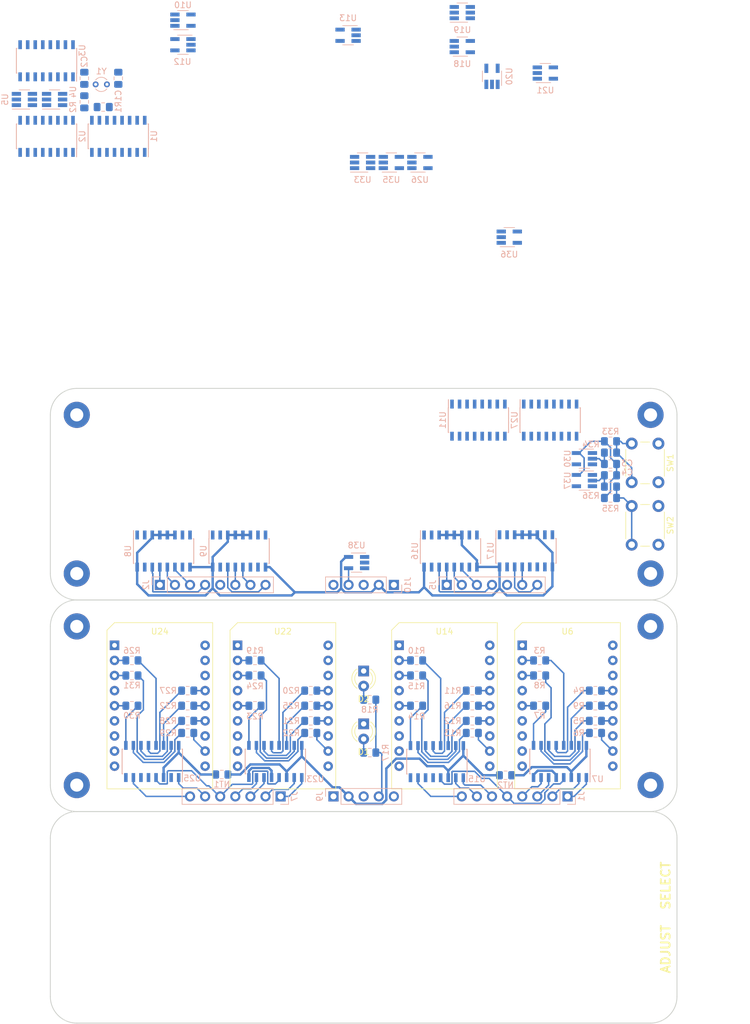
<source format=kicad_pcb>
(kicad_pcb (version 20171130) (host pcbnew 5.0.1)
  (layers (0 F.Cu signal) (31 B.Cu signal) (34 B.Paste user) (35 F.Paste user) (36 B.SilkS user) (37 F.SilkS user) (38 B.Mask user) (39 F.Mask user) (44 Edge.Cuts user))
  (net 0 "")
  (net 1 "Net-(R15-Pad1)")
  (net 2 "Net-(R15-Pad2)")
  (net 3 "Net-(R12-Pad2)")
  (net 4 "Net-(R12-Pad1)")
  (net 5 "Net-(R11-Pad1)")
  (net 6 "Net-(R11-Pad2)")
  (net 7 "Net-(R10-Pad2)")
  (net 8 "Net-(R10-Pad1)")
  (net 9 "Net-(R9-Pad1)")
  (net 10 "Net-(R9-Pad2)")
  (net 11 "Net-(R8-Pad2)")
  (net 12 "Net-(R8-Pad1)")
  (net 13 "Net-(R7-Pad1)")
  (net 14 "Net-(R7-Pad2)")
  (net 15 "Net-(R6-Pad2)")
  (net 16 "Net-(R6-Pad1)")
  (net 17 "Net-(R5-Pad1)")
  (net 18 "Net-(R5-Pad2)")
  (net 19 "Net-(R4-Pad2)")
  (net 20 "Net-(R4-Pad1)")
  (net 21 "Net-(R3-Pad1)")
  (net 22 "Net-(R3-Pad2)")
  (net 23 "Net-(C2-Pad1)")
  (net 24 "Net-(C1-Pad1)")
  (net 25 "Net-(R32-Pad2)")
  (net 26 "Net-(R32-Pad1)")
  (net 27 "Net-(R13-Pad1)")
  (net 28 "Net-(R13-Pad2)")
  (net 29 "Net-(R31-Pad2)")
  (net 30 "Net-(R31-Pad1)")
  (net 31 "Net-(R19-Pad1)")
  (net 32 "Net-(R19-Pad2)")
  (net 33 "Net-(R30-Pad2)")
  (net 34 "Net-(R30-Pad1)")
  (net 35 "Net-(R23-Pad1)")
  (net 36 "Net-(R23-Pad2)")
  (net 37 "Net-(R16-Pad2)")
  (net 38 "Net-(R16-Pad1)")
  (net 39 "Net-(D1-Pad2)")
  (net 40 /twosec_clk)
  (net 41 "Net-(D2-Pad2)")
  (net 42 "Net-(R20-Pad1)")
  (net 43 "Net-(R20-Pad2)")
  (net 44 "Net-(R21-Pad2)")
  (net 45 "Net-(R21-Pad1)")
  (net 46 "Net-(R22-Pad1)")
  (net 47 "Net-(R22-Pad2)")
  (net 48 "Net-(R14-Pad2)")
  (net 49 "Net-(R14-Pad1)")
  (net 50 "Net-(R24-Pad1)")
  (net 51 "Net-(R24-Pad2)")
  (net 52 "Net-(R25-Pad2)")
  (net 53 "Net-(R25-Pad1)")
  (net 54 "Net-(R26-Pad1)")
  (net 55 "Net-(R26-Pad2)")
  (net 56 "Net-(R27-Pad2)")
  (net 57 "Net-(R27-Pad1)")
  (net 58 "Net-(R28-Pad1)")
  (net 59 "Net-(R28-Pad2)")
  (net 60 "Net-(R29-Pad2)")
  (net 61 "Net-(R29-Pad1)")
  (net 62 GND)
  (net 63 "Net-(U2-Pad12)")
  (net 64 "Net-(U2-Pad1)")
  (net 65 "Net-(U2-Pad14)")
  (net 66 VCC)
  (net 67 /tenhour_bit1)
  (net 68 "Net-(U19-Pad4)")
  (net 69 /hour_bit1)
  (net 70 /hour_bit0)
  (net 71 "Net-(U3-Pad12)")
  (net 72 "Net-(U3-Pad11)")
  (net 73 "Net-(U3-Pad13)")
  (net 74 /hour_bit3)
  (net 75 "Net-(U17-Pad10)")
  (net 76 "Net-(U17-Pad1)")
  (net 77 "Net-(U16-Pad1)")
  (net 78 /min_bit3)
  (net 79 /min_bit0)
  (net 80 "Net-(U12-Pad4)")
  (net 81 /hour_en)
  (net 82 /tenmin_bit0)
  (net 83 /tenmin_bit2)
  (net 84 "Net-(U3-Pad14)")
  (net 85 "Net-(U3-Pad15)")
  (net 86 "Net-(U1-Pad15)")
  (net 87 "Net-(U1-Pad14)")
  (net 88 "Net-(U1-Pad13)")
  (net 89 "Net-(U1-Pad9)")
  (net 90 "Net-(U1-Pad7)")
  (net 91 "Net-(U1-Pad6)")
  (net 92 "Net-(U1-Pad5)")
  (net 93 "Net-(U1-Pad4)")
  (net 94 "Net-(U1-Pad2)")
  (net 95 "Net-(U1-Pad1)")
  (net 96 "Net-(U2-Pad11)")
  (net 97 "Net-(U2-Pad15)")
  (net 98 /min_bit2)
  (net 99 /min_bit1)
  (net 100 "Net-(U8-Pad15)")
  (net 101 "Net-(U9-Pad15)")
  (net 102 /tenmin_bit1)
  (net 103 /tenhour_bit0)
  (net 104 /hour_bit2)
  (net 105 "Net-(U16-Pad15)")
  (net 106 "Net-(U17-Pad15)")
  (net 107 "Net-(J7-Pad1)")
  (net 108 "Net-(J7-Pad4)")
  (net 109 "Net-(J7-Pad3)")
  (net 110 "Net-(J7-Pad2)")
  (net 111 "Net-(J1-Pad1)")
  (net 112 "Net-(J1-Pad4)")
  (net 113 "Net-(J1-Pad3)")
  (net 114 "Net-(J1-Pad2)")
  (net 115 /DGND)
  (net 116 /DVCC)
  (net 117 "Net-(C3-Pad2)")
  (net 118 "Net-(R33-Pad2)")
  (net 119 "Net-(R1-Pad1)")
  (net 120 /~min_clk)
  (net 121 "Net-(U10-Pad4)")
  (net 122 /~59_mins)
  (net 123 /~set_hours)
  (net 124 /~hour_blank)
  (net 125 /~min_blank)
  (net 126 /~set_mins)
  (net 127 "Net-(U27-Pad9)")
  (net 128 /~increase)
  (net 129 /~run)
  (net 130 /colon_control)
  (net 131 /min_en)
  (net 132 "Net-(U11-Pad9)")
  (net 133 "Net-(U11-Pad7)")
  (net 134 "Net-(U11-Pad12)")
  (net 135 /count_clk)
  (net 136 /2Hz_clk)
  (net 137 "Net-(U27-Pad15)")
  (net 138 "Net-(U27-Pad1)")
  (net 139 "Net-(U27-Pad10)")
  (net 140 "Net-(U27-Pad12)")
  (net 141 "Net-(U27-Pad3)")
  (net 142 "Net-(R35-Pad2)")
  (net 143 "Net-(C4-Pad2)")
  (net 144 "Net-(U9-Pad11)")
  (net 145 "Net-(U17-Pad12)")
  (net 146 "Net-(U17-Pad11)")
  (net 147 "Net-(J1-Pad5)")
  (net 148 "Net-(J7-Pad5)")
  (net 149 "Net-(J7-Pad7)")
  (net 150 "Net-(J7-Pad6)")
  (net 151 "Net-(J1-Pad8)")
  (net 152 "Net-(J1-Pad7)")
  (net 153 "Net-(J1-Pad6)")
  (net 154 "Net-(J9-Pad4)")
  (module Resistor_SMD:R_0805_2012Metric_Pad1.15x1.40mm_HandSolder (layer B.Cu) (at 106.435 77.47)
    (fp_text reference R7 (at 0 1.65) (layer B.SilkS) (effects (justify mirror)))
    (fp_text value 470)
    (pad 1 smd roundrect (at -1.025 0) (size 1.15 1.4) (layers B.Cu B.Paste B.Mask) (roundrect_rratio 0.217391) (net 13 "Net-(R7-Pad1)"))
    (pad 2 smd roundrect (at 1.025 0) (size 1.15 1.4) (layers B.Cu B.Paste B.Mask) (roundrect_rratio 0.217391) (net 14 "Net-(R7-Pad2)"))
  )
  (module rk-clock:7Seg-18DIP (layer F.Cu) (at 103.505 67.31)
    (fp_text reference U6 (at 7.62 -2.33) (layer F.SilkS))
    (fp_text value LED-7Seg-18DIP)
    (pad 18 thru_hole oval (at 15.24 0) (size 1.6 1.6) (drill 0.8) (layers *.Cu *.Mask))
    (pad 9 thru_hole oval (at 0 20.32) (size 1.6 1.6) (drill 0.8) (layers *.Cu *.Mask) (net 115 /DGND))
    (pad 17 thru_hole oval (at 15.24 2.54) (size 1.6 1.6) (drill 0.8) (layers *.Cu *.Mask) (net 115 /DGND))
    (pad 8 thru_hole oval (at 0 17.78) (size 1.6 1.6) (drill 0.8) (layers *.Cu *.Mask))
    (pad 16 thru_hole oval (at 15.24 5.08) (size 1.6 1.6) (drill 0.8) (layers *.Cu *.Mask))
    (pad 7 thru_hole oval (at 0 15.24) (size 1.6 1.6) (drill 0.8) (layers *.Cu *.Mask))
    (pad 15 thru_hole oval (at 15.24 7.62) (size 1.6 1.6) (drill 0.8) (layers *.Cu *.Mask) (net 20 "Net-(R4-Pad1)"))
    (pad 6 thru_hole oval (at 0 12.7) (size 1.6 1.6) (drill 0.8) (layers *.Cu *.Mask) (net 115 /DGND))
    (pad 14 thru_hole oval (at 15.24 10.16) (size 1.6 1.6) (drill 0.8) (layers *.Cu *.Mask) (net 9 "Net-(R9-Pad1)"))
    (pad 5 thru_hole oval (at 0 10.16) (size 1.6 1.6) (drill 0.8) (layers *.Cu *.Mask) (net 13 "Net-(R7-Pad1)"))
    (pad 13 thru_hole oval (at 15.24 12.7) (size 1.6 1.6) (drill 0.8) (layers *.Cu *.Mask) (net 17 "Net-(R5-Pad1)"))
    (pad 4 thru_hole oval (at 0 7.62) (size 1.6 1.6) (drill 0.8) (layers *.Cu *.Mask) (net 115 /DGND))
    (pad 12 thru_hole oval (at 15.24 15.24) (size 1.6 1.6) (drill 0.8) (layers *.Cu *.Mask) (net 115 /DGND))
    (pad 3 thru_hole oval (at 0 5.08) (size 1.6 1.6) (drill 0.8) (layers *.Cu *.Mask) (net 12 "Net-(R8-Pad1)"))
    (pad 11 thru_hole oval (at 15.24 17.78) (size 1.6 1.6) (drill 0.8) (layers *.Cu *.Mask) (net 16 "Net-(R6-Pad1)"))
    (pad 2 thru_hole oval (at 0 2.54) (size 1.6 1.6) (drill 0.8) (layers *.Cu *.Mask) (net 21 "Net-(R3-Pad1)"))
    (pad 10 thru_hole oval (at 15.24 20.32) (size 1.6 1.6) (drill 0.8) (layers *.Cu *.Mask) (net 115 /DGND))
    (pad 1 thru_hole rect (at 0 0) (size 1.6 1.6) (drill 0.8) (layers *.Cu *.Mask))
  )
  (module Resistor_SMD:R_0805_2012Metric_Pad1.15x1.40mm_HandSolder (layer B.Cu) (at 52.968 89.027)
    (fp_text reference NT1 (at 0 1.65) (layer B.SilkS) (effects (justify mirror)))
    (fp_text value Net-Tie_2)
    (pad 2 smd roundrect (at 1.025 0) (size 1.15 1.4) (layers B.Cu B.Paste B.Mask) (roundrect_rratio 0.217391) (net 116 /DVCC))
    (pad 1 smd roundrect (at -1.025 0) (size 1.15 1.4) (layers B.Cu B.Paste B.Mask) (roundrect_rratio 0.217391) (net 116 /DVCC))
  )
  (module Resistor_SMD:R_0805_2012Metric_Pad1.15x1.40mm_HandSolder (layer B.Cu) (at 100.702 89.154)
    (fp_text reference NT2 (at 0 1.65) (layer B.SilkS) (effects (justify mirror)))
    (fp_text value Net-Tie_2)
    (pad 1 smd roundrect (at -1.025 0) (size 1.15 1.4) (layers B.Cu B.Paste B.Mask) (roundrect_rratio 0.217391) (net 116 /DVCC))
    (pad 2 smd roundrect (at 1.025 0) (size 1.15 1.4) (layers B.Cu B.Paste B.Mask) (roundrect_rratio 0.217391) (net 116 /DVCC))
  )
  (module Package_SO:SOIC-16_3.9x9.9mm_P1.27mm (layer B.Cu) (at 61.976 86.835 90)
    (fp_text reference U23 (at -2.954 6.731 180) (layer B.SilkS) (effects (justify mirror)))
    (fp_text value '4511)
    (pad 16 smd rect (at 2.7 4.445 90) (size 1.5 0.6) (layers B.Cu B.Paste B.Mask) (net 116 /DVCC))
    (pad 15 smd rect (at 2.7 3.175 90) (size 1.5 0.6) (layers B.Cu B.Paste B.Mask) (net 51 "Net-(R24-Pad2)"))
    (pad 14 smd rect (at 2.7 1.905 90) (size 1.5 0.6) (layers B.Cu B.Paste B.Mask) (net 52 "Net-(R25-Pad2)"))
    (pad 13 smd rect (at 2.7 0.635 90) (size 1.5 0.6) (layers B.Cu B.Paste B.Mask) (net 32 "Net-(R19-Pad2)"))
    (pad 12 smd rect (at 2.7 -0.635 90) (size 1.5 0.6) (layers B.Cu B.Paste B.Mask) (net 43 "Net-(R20-Pad2)"))
    (pad 11 smd rect (at 2.7 -1.905 90) (size 1.5 0.6) (layers B.Cu B.Paste B.Mask) (net 44 "Net-(R21-Pad2)"))
    (pad 10 smd rect (at 2.7 -3.175 90) (size 1.5 0.6) (layers B.Cu B.Paste B.Mask) (net 47 "Net-(R22-Pad2)"))
    (pad 9 smd rect (at 2.7 -4.445 90) (size 1.5 0.6) (layers B.Cu B.Paste B.Mask) (net 36 "Net-(R23-Pad2)"))
    (pad 8 smd rect (at -2.7 -4.445 90) (size 1.5 0.6) (layers B.Cu B.Paste B.Mask) (net 115 /DGND))
    (pad 7 smd rect (at -2.7 -3.175 90) (size 1.5 0.6) (layers B.Cu B.Paste B.Mask) (net 108 "Net-(J7-Pad4)"))
    (pad 6 smd rect (at -2.7 -1.905 90) (size 1.5 0.6) (layers B.Cu B.Paste B.Mask) (net 109 "Net-(J7-Pad3)"))
    (pad 5 smd rect (at -2.7 -0.635 90) (size 1.5 0.6) (layers B.Cu B.Paste B.Mask) (net 115 /DGND))
    (pad 4 smd rect (at -2.7 0.635 90) (size 1.5 0.6) (layers B.Cu B.Paste B.Mask) (net 148 "Net-(J7-Pad5)"))
    (pad 3 smd rect (at -2.7 1.905 90) (size 1.5 0.6) (layers B.Cu B.Paste B.Mask) (net 116 /DVCC))
    (pad 2 smd rect (at -2.7 3.175 90) (size 1.5 0.6) (layers B.Cu B.Paste B.Mask) (net 110 "Net-(J7-Pad2)"))
    (pad 1 smd rect (at -2.7 4.445 90) (size 1.5 0.6) (layers B.Cu B.Paste B.Mask) (net 107 "Net-(J7-Pad1)"))
  )
  (module Resistor_SMD:R_0805_2012Metric_Pad1.15x1.40mm_HandSolder (layer B.Cu) (at 95.114 80.01 180)
    (fp_text reference R12 (at 3.293 0 180) (layer B.SilkS) (effects (justify mirror)))
    (fp_text value 470)
    (pad 2 smd roundrect (at 1.025 0 180) (size 1.15 1.4) (layers B.Cu B.Paste B.Mask) (roundrect_rratio 0.217391) (net 3 "Net-(R12-Pad2)"))
    (pad 1 smd roundrect (at -1.025 0 180) (size 1.15 1.4) (layers B.Cu B.Paste B.Mask) (roundrect_rratio 0.217391) (net 4 "Net-(R12-Pad1)"))
  )
  (module Resistor_SMD:R_0805_2012Metric_Pad1.15x1.40mm_HandSolder (layer B.Cu) (at 67.936 80.01 180)
    (fp_text reference R21 (at 3.293 0 180) (layer B.SilkS) (effects (justify mirror)))
    (fp_text value 470)
    (pad 2 smd roundrect (at 1.025 0 180) (size 1.15 1.4) (layers B.Cu B.Paste B.Mask) (roundrect_rratio 0.217391) (net 44 "Net-(R21-Pad2)"))
    (pad 1 smd roundrect (at -1.025 0 180) (size 1.15 1.4) (layers B.Cu B.Paste B.Mask) (roundrect_rratio 0.217391) (net 45 "Net-(R21-Pad1)"))
  )
  (module Resistor_SMD:R_0805_2012Metric_Pad1.15x1.40mm_HandSolder (layer B.Cu) (at 115.815 80.01 180)
    (fp_text reference R5 (at 2.785 0 180) (layer B.SilkS) (effects (justify mirror)))
    (fp_text value 470)
    (pad 1 smd roundrect (at -1.025 0 180) (size 1.15 1.4) (layers B.Cu B.Paste B.Mask) (roundrect_rratio 0.217391) (net 17 "Net-(R5-Pad1)"))
    (pad 2 smd roundrect (at 1.025 0 180) (size 1.15 1.4) (layers B.Cu B.Paste B.Mask) (roundrect_rratio 0.217391) (net 18 "Net-(R5-Pad2)"))
  )
  (module Connector_PinHeader_2.54mm:PinHeader_1x05_P2.54mm_Vertical (layer B.Cu) (at 71.755 92.71 270)
    (fp_text reference J9 (at 0 2.33 270) (layer B.SilkS) (effects (justify mirror)))
    (fp_text value colon_display)
    (pad 5 thru_hole oval (at 0 -10.16 270) (size 1.7 1.7) (drill 1) (layers *.Cu *.Mask) (net 115 /DGND))
    (pad 4 thru_hole oval (at 0 -7.62 270) (size 1.7 1.7) (drill 1) (layers *.Cu *.Mask) (net 154 "Net-(J9-Pad4)"))
    (pad 3 thru_hole oval (at 0 -5.08 270) (size 1.7 1.7) (drill 1) (layers *.Cu *.Mask) (net 115 /DGND))
    (pad 2 thru_hole oval (at 0 -2.54 270) (size 1.7 1.7) (drill 1) (layers *.Cu *.Mask) (net 116 /DVCC))
    (pad 1 thru_hole rect (at 0 0 270) (size 1.7 1.7) (drill 1) (layers *.Cu *.Mask) (net 115 /DGND))
  )
  (module Connector_PinHeader_2.54mm:PinHeader_1x05_P2.54mm_Vertical (layer B.Cu) (at 81.915 57.15 90)
    (fp_text reference J10 (at 0 2.33 90) (layer B.SilkS) (effects (justify mirror)))
    (fp_text value colon_control)
    (pad 1 thru_hole rect (at 0 0 90) (size 1.7 1.7) (drill 1) (layers *.Cu *.Mask) (net 62 GND))
    (pad 2 thru_hole oval (at 0 -2.54 90) (size 1.7 1.7) (drill 1) (layers *.Cu *.Mask) (net 66 VCC))
    (pad 3 thru_hole oval (at 0 -5.08 90) (size 1.7 1.7) (drill 1) (layers *.Cu *.Mask) (net 62 GND))
    (pad 4 thru_hole oval (at 0 -7.62 90) (size 1.7 1.7) (drill 1) (layers *.Cu *.Mask) (net 130 /colon_control))
    (pad 5 thru_hole oval (at 0 -10.16 90) (size 1.7 1.7) (drill 1) (layers *.Cu *.Mask) (net 62 GND))
  )
  (module rk-clock:7Seg-18DIP (layer F.Cu) (at 34.925 67.31)
    (fp_text reference U24 (at 7.62 -2.33) (layer F.SilkS))
    (fp_text value LED-7Seg-18DIP)
    (pad 18 thru_hole oval (at 15.24 0) (size 1.6 1.6) (drill 0.8) (layers *.Cu *.Mask))
    (pad 9 thru_hole oval (at 0 20.32) (size 1.6 1.6) (drill 0.8) (layers *.Cu *.Mask) (net 115 /DGND))
    (pad 17 thru_hole oval (at 15.24 2.54) (size 1.6 1.6) (drill 0.8) (layers *.Cu *.Mask) (net 115 /DGND))
    (pad 8 thru_hole oval (at 0 17.78) (size 1.6 1.6) (drill 0.8) (layers *.Cu *.Mask))
    (pad 16 thru_hole oval (at 15.24 5.08) (size 1.6 1.6) (drill 0.8) (layers *.Cu *.Mask))
    (pad 7 thru_hole oval (at 0 15.24) (size 1.6 1.6) (drill 0.8) (layers *.Cu *.Mask))
    (pad 15 thru_hole oval (at 15.24 7.62) (size 1.6 1.6) (drill 0.8) (layers *.Cu *.Mask) (net 57 "Net-(R27-Pad1)"))
    (pad 6 thru_hole oval (at 0 12.7) (size 1.6 1.6) (drill 0.8) (layers *.Cu *.Mask) (net 115 /DGND))
    (pad 14 thru_hole oval (at 15.24 10.16) (size 1.6 1.6) (drill 0.8) (layers *.Cu *.Mask) (net 26 "Net-(R32-Pad1)"))
    (pad 5 thru_hole oval (at 0 10.16) (size 1.6 1.6) (drill 0.8) (layers *.Cu *.Mask) (net 34 "Net-(R30-Pad1)"))
    (pad 13 thru_hole oval (at 15.24 12.7) (size 1.6 1.6) (drill 0.8) (layers *.Cu *.Mask) (net 58 "Net-(R28-Pad1)"))
    (pad 4 thru_hole oval (at 0 7.62) (size 1.6 1.6) (drill 0.8) (layers *.Cu *.Mask) (net 115 /DGND))
    (pad 12 thru_hole oval (at 15.24 15.24) (size 1.6 1.6) (drill 0.8) (layers *.Cu *.Mask) (net 115 /DGND))
    (pad 3 thru_hole oval (at 0 5.08) (size 1.6 1.6) (drill 0.8) (layers *.Cu *.Mask) (net 30 "Net-(R31-Pad1)"))
    (pad 11 thru_hole oval (at 15.24 17.78) (size 1.6 1.6) (drill 0.8) (layers *.Cu *.Mask) (net 61 "Net-(R29-Pad1)"))
    (pad 2 thru_hole oval (at 0 2.54) (size 1.6 1.6) (drill 0.8) (layers *.Cu *.Mask) (net 54 "Net-(R26-Pad1)"))
    (pad 10 thru_hole oval (at 15.24 20.32) (size 1.6 1.6) (drill 0.8) (layers *.Cu *.Mask) (net 115 /DGND))
    (pad 1 thru_hole rect (at 0 0) (size 1.6 1.6) (drill 0.8) (layers *.Cu *.Mask))
  )
  (module rk-clock:button-hole (layer F.Cu) (at 29.464 72.136)
    (fp_text reference H15 hide)
    (fp_text value MountingHole)
    (pad "" np_thru_hole circle (at 0 0) (size 3.6 3.6) (drill 3.6) (layers *.Cu *.Mask))
  )
  (module rk-clock:button-hole (layer F.Cu) (at 29.464 82.804)
    (fp_text reference H16 hide)
    (fp_text value MountingHole)
    (pad "" np_thru_hole circle (at 0 0) (size 3.6 3.6) (drill 3.6) (layers *.Cu *.Mask))
  )
  (module Connector_PinHeader_2.54mm:PinHeader_1x07_P2.54mm_Vertical (layer B.Cu) (at 90.805 57.15 270)
    (fp_text reference J5 (at 0 2.33 270) (layer B.SilkS) (effects (justify mirror)))
    (fp_text value hour_control)
    (pad 7 thru_hole oval (at 0 -15.24 270) (size 1.7 1.7) (drill 1) (layers *.Cu *.Mask) (net 103 /tenhour_bit0))
    (pad 6 thru_hole oval (at 0 -12.7 270) (size 1.7 1.7) (drill 1) (layers *.Cu *.Mask) (net 67 /tenhour_bit1))
    (pad 5 thru_hole oval (at 0 -10.16 270) (size 1.7 1.7) (drill 1) (layers *.Cu *.Mask) (net 124 /~hour_blank))
    (pad 4 thru_hole oval (at 0 -7.62 270) (size 1.7 1.7) (drill 1) (layers *.Cu *.Mask) (net 70 /hour_bit0))
    (pad 3 thru_hole oval (at 0 -5.08 270) (size 1.7 1.7) (drill 1) (layers *.Cu *.Mask) (net 74 /hour_bit3))
    (pad 2 thru_hole oval (at 0 -2.54 270) (size 1.7 1.7) (drill 1) (layers *.Cu *.Mask) (net 104 /hour_bit2))
    (pad 1 thru_hole rect (at 0 0 270) (size 1.7 1.7) (drill 1) (layers *.Cu *.Mask) (net 69 /hour_bit1))
  )
  (module Connector_PinHeader_2.54mm:PinHeader_1x07_P2.54mm_Vertical (layer B.Cu) (at 62.865 92.71 90)
    (fp_text reference J7 (at 0 2.33 90) (layer B.SilkS) (effects (justify mirror)))
    (fp_text value hour_display)
    (pad 1 thru_hole rect (at 0 0 90) (size 1.7 1.7) (drill 1) (layers *.Cu *.Mask) (net 107 "Net-(J7-Pad1)"))
    (pad 2 thru_hole oval (at 0 -2.54 90) (size 1.7 1.7) (drill 1) (layers *.Cu *.Mask) (net 110 "Net-(J7-Pad2)"))
    (pad 3 thru_hole oval (at 0 -5.08 90) (size 1.7 1.7) (drill 1) (layers *.Cu *.Mask) (net 109 "Net-(J7-Pad3)"))
    (pad 4 thru_hole oval (at 0 -7.62 90) (size 1.7 1.7) (drill 1) (layers *.Cu *.Mask) (net 108 "Net-(J7-Pad4)"))
    (pad 5 thru_hole oval (at 0 -10.16 90) (size 1.7 1.7) (drill 1) (layers *.Cu *.Mask) (net 148 "Net-(J7-Pad5)"))
    (pad 6 thru_hole oval (at 0 -12.7 90) (size 1.7 1.7) (drill 1) (layers *.Cu *.Mask) (net 150 "Net-(J7-Pad6)"))
    (pad 7 thru_hole oval (at 0 -15.24 90) (size 1.7 1.7) (drill 1) (layers *.Cu *.Mask) (net 149 "Net-(J7-Pad7)"))
  )
  (module Connector_PinHeader_2.54mm:PinHeader_1x08_P2.54mm_Vertical (layer B.Cu) (at 42.545 57.15 270)
    (fp_text reference J2 (at 0 2.33 270) (layer B.SilkS) (effects (justify mirror)))
    (fp_text value min_control)
    (pad 8 thru_hole oval (at 0 -17.78 270) (size 1.7 1.7) (drill 1) (layers *.Cu *.Mask) (net 82 /tenmin_bit0))
    (pad 7 thru_hole oval (at 0 -15.24 270) (size 1.7 1.7) (drill 1) (layers *.Cu *.Mask) (net 83 /tenmin_bit2))
    (pad 6 thru_hole oval (at 0 -12.7 270) (size 1.7 1.7) (drill 1) (layers *.Cu *.Mask) (net 102 /tenmin_bit1))
    (pad 5 thru_hole oval (at 0 -10.16 270) (size 1.7 1.7) (drill 1) (layers *.Cu *.Mask) (net 125 /~min_blank))
    (pad 4 thru_hole oval (at 0 -7.62 270) (size 1.7 1.7) (drill 1) (layers *.Cu *.Mask) (net 79 /min_bit0))
    (pad 3 thru_hole oval (at 0 -5.08 270) (size 1.7 1.7) (drill 1) (layers *.Cu *.Mask) (net 78 /min_bit3))
    (pad 2 thru_hole oval (at 0 -2.54 270) (size 1.7 1.7) (drill 1) (layers *.Cu *.Mask) (net 98 /min_bit2))
    (pad 1 thru_hole rect (at 0 0 270) (size 1.7 1.7) (drill 1) (layers *.Cu *.Mask) (net 99 /min_bit1))
  )
  (module Connector_PinHeader_2.54mm:PinHeader_1x08_P2.54mm_Vertical (layer B.Cu) (at 111.125 92.71 90)
    (fp_text reference J1 (at 0 2.33 90) (layer B.SilkS) (effects (justify mirror)))
    (fp_text value min_display)
    (pad 1 thru_hole rect (at 0 0 90) (size 1.7 1.7) (drill 1) (layers *.Cu *.Mask) (net 111 "Net-(J1-Pad1)"))
    (pad 2 thru_hole oval (at 0 -2.54 90) (size 1.7 1.7) (drill 1) (layers *.Cu *.Mask) (net 114 "Net-(J1-Pad2)"))
    (pad 3 thru_hole oval (at 0 -5.08 90) (size 1.7 1.7) (drill 1) (layers *.Cu *.Mask) (net 113 "Net-(J1-Pad3)"))
    (pad 4 thru_hole oval (at 0 -7.62 90) (size 1.7 1.7) (drill 1) (layers *.Cu *.Mask) (net 112 "Net-(J1-Pad4)"))
    (pad 5 thru_hole oval (at 0 -10.16 90) (size 1.7 1.7) (drill 1) (layers *.Cu *.Mask) (net 147 "Net-(J1-Pad5)"))
    (pad 6 thru_hole oval (at 0 -12.7 90) (size 1.7 1.7) (drill 1) (layers *.Cu *.Mask) (net 153 "Net-(J1-Pad6)"))
    (pad 7 thru_hole oval (at 0 -15.24 90) (size 1.7 1.7) (drill 1) (layers *.Cu *.Mask) (net 152 "Net-(J1-Pad7)"))
    (pad 8 thru_hole oval (at 0 -17.78 90) (size 1.7 1.7) (drill 1) (layers *.Cu *.Mask) (net 151 "Net-(J1-Pad8)"))
  )
  (module Button_Switch_THT:SW_PUSH_6mm_H9.5mm (layer F.Cu) (at 126.42 43.9 270)
    (fp_text reference SW2 (at 3.25 -2 270) (layer F.SilkS))
    (fp_text value increase)
    (pad 2 thru_hole circle (at 0 4.5) (size 2 2) (drill 1.1) (layers *.Cu *.Mask) (net 142 "Net-(R35-Pad2)"))
    (pad 1 thru_hole circle (at 0 0) (size 2 2) (drill 1.1) (layers *.Cu *.Mask) (net 62 GND))
    (pad 2 thru_hole circle (at 6.5 4.5) (size 2 2) (drill 1.1) (layers *.Cu *.Mask) (net 142 "Net-(R35-Pad2)"))
    (pad 1 thru_hole circle (at 6.5 0) (size 2 2) (drill 1.1) (layers *.Cu *.Mask) (net 62 GND))
  )
  (module Button_Switch_THT:SW_PUSH_6mm_H9.5mm (layer F.Cu) (at 126.42 33.4 270)
    (fp_text reference SW1 (at 3.25 -2 270) (layer F.SilkS))
    (fp_text value mode)
    (pad 2 thru_hole circle (at 0 4.5) (size 2 2) (drill 1.1) (layers *.Cu *.Mask) (net 118 "Net-(R33-Pad2)"))
    (pad 1 thru_hole circle (at 0 0) (size 2 2) (drill 1.1) (layers *.Cu *.Mask) (net 62 GND))
    (pad 2 thru_hole circle (at 6.5 4.5) (size 2 2) (drill 1.1) (layers *.Cu *.Mask) (net 118 "Net-(R33-Pad2)"))
    (pad 1 thru_hole circle (at 6.5 0) (size 2 2) (drill 1.1) (layers *.Cu *.Mask) (net 62 GND))
  )
  (module rk-clock:button-hole (layer F.Cu) (at 124.206 118.364)
    (fp_text reference H14 hide)
    (fp_text value MountingHole)
    (pad "" np_thru_hole circle (at 0 0) (size 3.6 3.6) (drill 3.6) (layers *.Cu *.Mask))
  )
  (module rk-clock:button-hole (layer F.Cu) (at 124.206 107.696)
    (fp_text reference H13 hide)
    (fp_text value MountingHole)
    (pad "" np_thru_hole circle (at 0 0) (size 3.6 3.6) (drill 3.6) (layers *.Cu *.Mask))
  )
  (module MountingHole:MountingHole_2.2mm_M2 (layer F.Cu) (at 125.095 126.365)
    (fp_text reference H8 hide)
    (fp_text value MountingHole)
    (pad 1 np_thru_hole circle (at 0 0) (size 2.2 2.2) (drill 2.2) (layers *.Cu *.Mask))
  )
  (module MountingHole:MountingHole_2.2mm_M2 (layer F.Cu) (at 125.095 99.695)
    (fp_text reference H7 hide)
    (fp_text value MountingHole)
    (pad 1 np_thru_hole circle (at 0 0) (size 2.2 2.2) (drill 2.2) (layers *.Cu *.Mask))
  )
  (module MountingHole:MountingHole_2.2mm_M2 (layer F.Cu) (at 28.575 99.695)
    (fp_text reference H6 hide)
    (fp_text value MountingHole)
    (pad 1 np_thru_hole circle (at 0 0) (size 2.2 2.2) (drill 2.2) (layers *.Cu *.Mask))
  )
  (module MountingHole:MountingHole_2.2mm_M2 (layer F.Cu) (at 28.575 126.365)
    (fp_text reference H5 hide)
    (fp_text value MountingHole)
    (pad 1 np_thru_hole circle (at 0 0) (size 2.2 2.2) (drill 2.2) (layers *.Cu *.Mask))
  )
  (module MountingHole:MountingHole_2.2mm_M2_Pad (layer F.Cu) (at 28.575 90.805)
    (fp_text reference H9 hide)
    (fp_text value MountingHole_Pad)
    (pad 1 thru_hole circle (at 0 0) (size 4.4 4.4) (drill 2.2) (layers *.Cu *.Mask) (net 115 /DGND))
  )
  (module MountingHole:MountingHole_2.2mm_M2_Pad (layer F.Cu) (at 28.575 64.135)
    (fp_text reference H10 hide)
    (fp_text value MountingHole_Pad)
    (pad 1 thru_hole circle (at 0 0) (size 4.4 4.4) (drill 2.2) (layers *.Cu *.Mask) (net 115 /DGND))
  )
  (module MountingHole:MountingHole_2.2mm_M2_Pad (layer F.Cu) (at 125.095 90.805)
    (fp_text reference H12 hide)
    (fp_text value MountingHole_Pad)
    (pad 1 thru_hole circle (at 0 0) (size 4.4 4.4) (drill 2.2) (layers *.Cu *.Mask) (net 115 /DGND))
  )
  (module MountingHole:MountingHole_2.2mm_M2_Pad (layer F.Cu) (at 125.095 64.135)
    (fp_text reference H11 hide)
    (fp_text value MountingHole_Pad)
    (pad 1 thru_hole circle (at 0 0) (size 4.4 4.4) (drill 2.2) (layers *.Cu *.Mask) (net 115 /DGND))
  )
  (module MountingHole:MountingHole_2.2mm_M2_Pad (layer F.Cu) (at 28.575 28.575)
    (fp_text reference H2 hide)
    (fp_text value MountingHole_Pad)
    (pad 1 thru_hole circle (at 0 0) (size 4.4 4.4) (drill 2.2) (layers *.Cu *.Mask) (net 62 GND))
  )
  (module MountingHole:MountingHole_2.2mm_M2_Pad (layer F.Cu) (at 28.575 55.245)
    (fp_text reference H1 hide)
    (fp_text value MountingHole_Pad)
    (pad 1 thru_hole circle (at 0 0) (size 4.4 4.4) (drill 2.2) (layers *.Cu *.Mask) (net 62 GND))
  )
  (module MountingHole:MountingHole_2.2mm_M2_Pad (layer F.Cu) (at 125.095 28.575)
    (fp_text reference H3 hide)
    (fp_text value MountingHole_Pad)
    (pad 1 thru_hole circle (at 0 0) (size 4.4 4.4) (drill 2.2) (layers *.Cu *.Mask) (net 62 GND))
  )
  (module MountingHole:MountingHole_2.2mm_M2_Pad (layer F.Cu) (at 125.095 55.245)
    (fp_text reference H4 hide)
    (fp_text value MountingHole_Pad)
    (pad 1 thru_hole circle (at 0 0) (size 4.4 4.4) (drill 2.2) (layers *.Cu *.Mask) (net 62 GND))
  )
  (module Capacitor_SMD:C_0805_2012Metric_Pad1.15x1.40mm_HandSolder (layer B.Cu) (at 118.355 36.83 180)
    (fp_text reference C3 (at -2.803 0.127 180) (layer B.SilkS) (effects (justify mirror)))
    (fp_text value 1u)
    (pad 2 smd roundrect (at 1.025 0 180) (size 1.15 1.4) (layers B.Cu B.Paste B.Mask) (roundrect_rratio 0.217391) (net 117 "Net-(C3-Pad2)"))
    (pad 1 smd roundrect (at -1.025 0 180) (size 1.15 1.4) (layers B.Cu B.Paste B.Mask) (roundrect_rratio 0.217391) (net 66 VCC))
  )
  (module Capacitor_SMD:C_0805_2012Metric_Pad1.15x1.40mm_HandSolder (layer B.Cu) (at 118.355 38.735 180)
    (fp_text reference C4 (at -2.803 0.508 180) (layer B.SilkS) (effects (justify mirror)))
    (fp_text value 1u)
    (pad 2 smd roundrect (at 1.025 0 180) (size 1.15 1.4) (layers B.Cu B.Paste B.Mask) (roundrect_rratio 0.217391) (net 143 "Net-(C4-Pad2)"))
    (pad 1 smd roundrect (at -1.025 0 180) (size 1.15 1.4) (layers B.Cu B.Paste B.Mask) (roundrect_rratio 0.217391) (net 66 VCC))
  )
  (module Package_SO:SOIC-16_3.9x9.9mm_P1.27mm (layer B.Cu) (at 108.204 29.464 270)
    (fp_text reference U27 (at 0 6 270) (layer B.SilkS) (effects (justify mirror)))
    (fp_text value '175)
    (pad 1 smd rect (at -2.7 4.445 270) (size 1.5 0.6) (layers B.Cu B.Paste B.Mask) (net 138 "Net-(U27-Pad1)"))
    (pad 2 smd rect (at -2.7 3.175 270) (size 1.5 0.6) (layers B.Cu B.Paste B.Mask) (net 129 /~run))
    (pad 3 smd rect (at -2.7 1.905 270) (size 1.5 0.6) (layers B.Cu B.Paste B.Mask) (net 141 "Net-(U27-Pad3)"))
    (pad 4 smd rect (at -2.7 0.635 270) (size 1.5 0.6) (layers B.Cu B.Paste B.Mask) (net 66 VCC))
    (pad 5 smd rect (at -2.7 -0.635 270) (size 1.5 0.6) (layers B.Cu B.Paste B.Mask) (net 141 "Net-(U27-Pad3)"))
    (pad 6 smd rect (at -2.7 -1.905 270) (size 1.5 0.6) (layers B.Cu B.Paste B.Mask) (net 126 /~set_mins))
    (pad 7 smd rect (at -2.7 -3.175 270) (size 1.5 0.6) (layers B.Cu B.Paste B.Mask) (net 140 "Net-(U27-Pad12)"))
    (pad 8 smd rect (at -2.7 -4.445 270) (size 1.5 0.6) (layers B.Cu B.Paste B.Mask) (net 62 GND))
    (pad 9 smd rect (at 2.7 -4.445 270) (size 1.5 0.6) (layers B.Cu B.Paste B.Mask) (net 127 "Net-(U27-Pad9)"))
    (pad 10 smd rect (at 2.7 -3.175 270) (size 1.5 0.6) (layers B.Cu B.Paste B.Mask) (net 139 "Net-(U27-Pad10)"))
    (pad 11 smd rect (at 2.7 -1.905 270) (size 1.5 0.6) (layers B.Cu B.Paste B.Mask) (net 123 /~set_hours))
    (pad 12 smd rect (at 2.7 -0.635 270) (size 1.5 0.6) (layers B.Cu B.Paste B.Mask) (net 140 "Net-(U27-Pad12)"))
    (pad 13 smd rect (at 2.7 0.635 270) (size 1.5 0.6) (layers B.Cu B.Paste B.Mask) (net 139 "Net-(U27-Pad10)"))
    (pad 14 smd rect (at 2.7 1.905 270) (size 1.5 0.6) (layers B.Cu B.Paste B.Mask) (net 138 "Net-(U27-Pad1)"))
    (pad 15 smd rect (at 2.7 3.175 270) (size 1.5 0.6) (layers B.Cu B.Paste B.Mask) (net 137 "Net-(U27-Pad15)"))
    (pad 16 smd rect (at 2.7 4.445 270) (size 1.5 0.6) (layers B.Cu B.Paste B.Mask) (net 66 VCC))
  )
  (module Package_SO:SOIC-16_3.9x9.9mm_P1.27mm (layer B.Cu) (at 96.139 29.464 270)
    (fp_text reference U11 (at 0 6 270) (layer B.SilkS) (effects (justify mirror)))
    (fp_text value '158)
    (pad 16 smd rect (at 2.7 4.445 270) (size 1.5 0.6) (layers B.Cu B.Paste B.Mask) (net 66 VCC))
    (pad 15 smd rect (at 2.7 3.175 270) (size 1.5 0.6) (layers B.Cu B.Paste B.Mask) (net 62 GND))
    (pad 14 smd rect (at 2.7 1.905 270) (size 1.5 0.6) (layers B.Cu B.Paste B.Mask) (net 122 /~59_mins))
    (pad 13 smd rect (at 2.7 0.635 270) (size 1.5 0.6) (layers B.Cu B.Paste B.Mask) (net 123 /~set_hours))
    (pad 12 smd rect (at 2.7 -0.635 270) (size 1.5 0.6) (layers B.Cu B.Paste B.Mask) (net 134 "Net-(U11-Pad12)"))
    (pad 11 smd rect (at 2.7 -1.905 270) (size 1.5 0.6) (layers B.Cu B.Paste B.Mask) (net 62 GND))
    (pad 10 smd rect (at 2.7 -3.175 270) (size 1.5 0.6) (layers B.Cu B.Paste B.Mask) (net 128 /~increase))
    (pad 9 smd rect (at 2.7 -4.445 270) (size 1.5 0.6) (layers B.Cu B.Paste B.Mask) (net 132 "Net-(U11-Pad9)"))
    (pad 8 smd rect (at -2.7 -4.445 270) (size 1.5 0.6) (layers B.Cu B.Paste B.Mask) (net 62 GND))
    (pad 7 smd rect (at -2.7 -3.175 270) (size 1.5 0.6) (layers B.Cu B.Paste B.Mask) (net 133 "Net-(U11-Pad7)"))
    (pad 6 smd rect (at -2.7 -1.905 270) (size 1.5 0.6) (layers B.Cu B.Paste B.Mask) (net 126 /~set_mins))
    (pad 5 smd rect (at -2.7 -0.635 270) (size 1.5 0.6) (layers B.Cu B.Paste B.Mask) (net 62 GND))
    (pad 4 smd rect (at -2.7 0.635 270) (size 1.5 0.6) (layers B.Cu B.Paste B.Mask) (net 135 /count_clk))
    (pad 3 smd rect (at -2.7 1.905 270) (size 1.5 0.6) (layers B.Cu B.Paste B.Mask) (net 136 /2Hz_clk))
    (pad 2 smd rect (at -2.7 3.175 270) (size 1.5 0.6) (layers B.Cu B.Paste B.Mask) (net 120 /~min_clk))
    (pad 1 smd rect (at -2.7 4.445 270) (size 1.5 0.6) (layers B.Cu B.Paste B.Mask) (net 129 /~run))
  )
  (module Package_TO_SOT_SMD:SOT-23-5_HandSoldering (layer B.Cu) (at 86.297836 -13.839754)
    (fp_text reference U26 (at 0 2.9) (layer B.SilkS) (effects (justify mirror)))
    (fp_text value '08)
    (pad 5 smd rect (at 1.35 0.95) (size 1.56 0.65) (layers B.Cu B.Paste B.Mask) (net 66 VCC))
    (pad 4 smd rect (at 1.35 -0.95) (size 1.56 0.65) (layers B.Cu B.Paste B.Mask) (net 131 /min_en))
    (pad 3 smd rect (at -1.35 -0.95) (size 1.56 0.65) (layers B.Cu B.Paste B.Mask) (net 62 GND))
    (pad 2 smd rect (at -1.35 0) (size 1.56 0.65) (layers B.Cu B.Paste B.Mask) (net 132 "Net-(U11-Pad9)"))
    (pad 1 smd rect (at -1.35 0.95) (size 1.56 0.65) (layers B.Cu B.Paste B.Mask) (net 133 "Net-(U11-Pad7)"))
  )
  (module Package_TO_SOT_SMD:SOT-23-5_HandSoldering (layer B.Cu) (at 75.645 53.406 180)
    (fp_text reference U38 (at 0 2.9 180) (layer B.SilkS) (effects (justify mirror)))
    (fp_text value '32)
    (pad 5 smd rect (at 1.35 0.95 180) (size 1.56 0.65) (layers B.Cu B.Paste B.Mask) (net 66 VCC))
    (pad 4 smd rect (at 1.35 -0.95 180) (size 1.56 0.65) (layers B.Cu B.Paste B.Mask) (net 130 /colon_control))
    (pad 3 smd rect (at -1.35 -0.95 180) (size 1.56 0.65) (layers B.Cu B.Paste B.Mask) (net 62 GND))
    (pad 2 smd rect (at -1.35 0 180) (size 1.56 0.65) (layers B.Cu B.Paste B.Mask) (net 129 /~run))
    (pad 1 smd rect (at -1.35 0.95 180) (size 1.56 0.65) (layers B.Cu B.Paste B.Mask) (net 40 /twosec_clk))
  )
  (module Package_TO_SOT_SMD:SOT-23-5_HandSoldering (layer B.Cu) (at 113.966 39.624 180)
    (fp_text reference U37 (at 2.841 0 270) (layer B.SilkS) (effects (justify mirror)))
    (fp_text value '17)
    (pad 1 smd rect (at -1.35 0.95 180) (size 1.56 0.65) (layers B.Cu B.Paste B.Mask))
    (pad 2 smd rect (at -1.35 0 180) (size 1.56 0.65) (layers B.Cu B.Paste B.Mask) (net 143 "Net-(C4-Pad2)"))
    (pad 3 smd rect (at -1.35 -0.95 180) (size 1.56 0.65) (layers B.Cu B.Paste B.Mask) (net 62 GND))
    (pad 4 smd rect (at 1.35 -0.95 180) (size 1.56 0.65) (layers B.Cu B.Paste B.Mask) (net 128 /~increase))
    (pad 5 smd rect (at 1.35 0.95 180) (size 1.56 0.65) (layers B.Cu B.Paste B.Mask) (net 66 VCC))
  )
  (module Package_TO_SOT_SMD:SOT-23-5_HandSoldering (layer B.Cu) (at 113.966 35.941 180)
    (fp_text reference U30 (at 2.841 0 270) (layer B.SilkS) (effects (justify mirror)))
    (fp_text value '17)
    (pad 1 smd rect (at -1.35 0.95 180) (size 1.56 0.65) (layers B.Cu B.Paste B.Mask))
    (pad 2 smd rect (at -1.35 0 180) (size 1.56 0.65) (layers B.Cu B.Paste B.Mask) (net 117 "Net-(C3-Pad2)"))
    (pad 3 smd rect (at -1.35 -0.95 180) (size 1.56 0.65) (layers B.Cu B.Paste B.Mask) (net 62 GND))
    (pad 4 smd rect (at 1.35 -0.95 180) (size 1.56 0.65) (layers B.Cu B.Paste B.Mask) (net 127 "Net-(U27-Pad9)"))
    (pad 5 smd rect (at 1.35 0.95 180) (size 1.56 0.65) (layers B.Cu B.Paste B.Mask) (net 66 VCC))
  )
  (module Package_TO_SOT_SMD:SOT-23-5_HandSoldering (layer B.Cu) (at 81.487836 -13.839754)
    (fp_text reference U35 (at 0 2.9) (layer B.SilkS) (effects (justify mirror)))
    (fp_text value '32)
    (pad 5 smd rect (at 1.35 0.95) (size 1.56 0.65) (layers B.Cu B.Paste B.Mask) (net 66 VCC))
    (pad 4 smd rect (at 1.35 -0.95) (size 1.56 0.65) (layers B.Cu B.Paste B.Mask) (net 125 /~min_blank))
    (pad 3 smd rect (at -1.35 -0.95) (size 1.56 0.65) (layers B.Cu B.Paste B.Mask) (net 62 GND))
    (pad 2 smd rect (at -1.35 0) (size 1.56 0.65) (layers B.Cu B.Paste B.Mask) (net 126 /~set_mins))
    (pad 1 smd rect (at -1.35 0.95) (size 1.56 0.65) (layers B.Cu B.Paste B.Mask) (net 40 /twosec_clk))
  )
  (module Package_TO_SOT_SMD:SOT-23-5_HandSoldering (layer B.Cu) (at 101.327836 -1.289754)
    (fp_text reference U36 (at 0 2.9) (layer B.SilkS) (effects (justify mirror)))
    (fp_text value '32)
    (pad 5 smd rect (at 1.35 0.95) (size 1.56 0.65) (layers B.Cu B.Paste B.Mask) (net 66 VCC))
    (pad 4 smd rect (at 1.35 -0.95) (size 1.56 0.65) (layers B.Cu B.Paste B.Mask) (net 124 /~hour_blank))
    (pad 3 smd rect (at -1.35 -0.95) (size 1.56 0.65) (layers B.Cu B.Paste B.Mask) (net 62 GND))
    (pad 2 smd rect (at -1.35 0) (size 1.56 0.65) (layers B.Cu B.Paste B.Mask) (net 123 /~set_hours))
    (pad 1 smd rect (at -1.35 0.95) (size 1.56 0.65) (layers B.Cu B.Paste B.Mask) (net 40 /twosec_clk))
  )
  (module Package_TO_SOT_SMD:SOT-23-6_Handsoldering (layer B.Cu) (at 76.657836 -13.839754)
    (fp_text reference U33 (at 0 2.9) (layer B.SilkS) (effects (justify mirror)))
    (fp_text value '10)
    (pad 5 smd rect (at 1.35 0) (size 1.56 0.65) (layers B.Cu B.Paste B.Mask) (net 66 VCC))
    (pad 6 smd rect (at 1.35 0.95) (size 1.56 0.65) (layers B.Cu B.Paste B.Mask) (net 82 /tenmin_bit0))
    (pad 4 smd rect (at 1.35 -0.95) (size 1.56 0.65) (layers B.Cu B.Paste B.Mask) (net 122 /~59_mins))
    (pad 3 smd rect (at -1.35 -0.95) (size 1.56 0.65) (layers B.Cu B.Paste B.Mask) (net 121 "Net-(U10-Pad4)"))
    (pad 2 smd rect (at -1.35 0) (size 1.56 0.65) (layers B.Cu B.Paste B.Mask) (net 62 GND))
    (pad 1 smd rect (at -1.35 0.95) (size 1.56 0.65) (layers B.Cu B.Paste B.Mask) (net 83 /tenmin_bit2))
  )
  (module Resistor_SMD:R_0805_2012Metric_Pad1.15x1.40mm_HandSolder (layer B.Cu) (at 118.355 33.02)
    (fp_text reference R33 (at 0.009 -1.651) (layer B.SilkS) (effects (justify mirror)))
    (fp_text value 47k)
    (pad 2 smd roundrect (at 1.025 0) (size 1.15 1.4) (layers B.Cu B.Paste B.Mask) (roundrect_rratio 0.217391) (net 118 "Net-(R33-Pad2)"))
    (pad 1 smd roundrect (at -1.025 0) (size 1.15 1.4) (layers B.Cu B.Paste B.Mask) (roundrect_rratio 0.217391) (net 66 VCC))
  )
  (module Resistor_SMD:R_0805_2012Metric_Pad1.15x1.40mm_HandSolder (layer B.Cu) (at 118.355 34.925)
    (fp_text reference R34 (at -3.293 -1.397) (layer B.SilkS) (effects (justify mirror)))
    (fp_text value 47k)
    (pad 2 smd roundrect (at 1.025 0) (size 1.15 1.4) (layers B.Cu B.Paste B.Mask) (roundrect_rratio 0.217391) (net 118 "Net-(R33-Pad2)"))
    (pad 1 smd roundrect (at -1.025 0) (size 1.15 1.4) (layers B.Cu B.Paste B.Mask) (roundrect_rratio 0.217391) (net 117 "Net-(C3-Pad2)"))
  )
  (module Resistor_SMD:R_0805_2012Metric_Pad1.15x1.40mm_HandSolder (layer B.Cu) (at 118.355 42.545)
    (fp_text reference R35 (at 0.009 1.778) (layer B.SilkS) (effects (justify mirror)))
    (fp_text value 47k)
    (pad 2 smd roundrect (at 1.025 0) (size 1.15 1.4) (layers B.Cu B.Paste B.Mask) (roundrect_rratio 0.217391) (net 142 "Net-(R35-Pad2)"))
    (pad 1 smd roundrect (at -1.025 0) (size 1.15 1.4) (layers B.Cu B.Paste B.Mask) (roundrect_rratio 0.217391) (net 66 VCC))
  )
  (module Resistor_SMD:R_0805_2012Metric_Pad1.15x1.40mm_HandSolder (layer B.Cu) (at 118.355 40.64)
    (fp_text reference R36 (at -3.293 1.524) (layer B.SilkS) (effects (justify mirror)))
    (fp_text value 47k)
    (pad 2 smd roundrect (at 1.025 0) (size 1.15 1.4) (layers B.Cu B.Paste B.Mask) (roundrect_rratio 0.217391) (net 142 "Net-(R35-Pad2)"))
    (pad 1 smd roundrect (at -1.025 0) (size 1.15 1.4) (layers B.Cu B.Paste B.Mask) (roundrect_rratio 0.217391) (net 143 "Net-(C4-Pad2)"))
  )
  (module rk-clock:7Seg-18DIP (layer F.Cu) (at 82.804 67.31)
    (fp_text reference U14 (at 7.62 -2.33) (layer F.SilkS))
    (fp_text value LED-7Seg-18DIP)
    (pad 18 thru_hole oval (at 15.24 0) (size 1.6 1.6) (drill 0.8) (layers *.Cu *.Mask))
    (pad 9 thru_hole oval (at 0 20.32) (size 1.6 1.6) (drill 0.8) (layers *.Cu *.Mask) (net 115 /DGND))
    (pad 17 thru_hole oval (at 15.24 2.54) (size 1.6 1.6) (drill 0.8) (layers *.Cu *.Mask) (net 115 /DGND))
    (pad 8 thru_hole oval (at 0 17.78) (size 1.6 1.6) (drill 0.8) (layers *.Cu *.Mask))
    (pad 16 thru_hole oval (at 15.24 5.08) (size 1.6 1.6) (drill 0.8) (layers *.Cu *.Mask))
    (pad 7 thru_hole oval (at 0 15.24) (size 1.6 1.6) (drill 0.8) (layers *.Cu *.Mask))
    (pad 15 thru_hole oval (at 15.24 7.62) (size 1.6 1.6) (drill 0.8) (layers *.Cu *.Mask) (net 5 "Net-(R11-Pad1)"))
    (pad 6 thru_hole oval (at 0 12.7) (size 1.6 1.6) (drill 0.8) (layers *.Cu *.Mask) (net 115 /DGND))
    (pad 14 thru_hole oval (at 15.24 10.16) (size 1.6 1.6) (drill 0.8) (layers *.Cu *.Mask) (net 38 "Net-(R16-Pad1)"))
    (pad 5 thru_hole oval (at 0 10.16) (size 1.6 1.6) (drill 0.8) (layers *.Cu *.Mask) (net 49 "Net-(R14-Pad1)"))
    (pad 13 thru_hole oval (at 15.24 12.7) (size 1.6 1.6) (drill 0.8) (layers *.Cu *.Mask) (net 4 "Net-(R12-Pad1)"))
    (pad 4 thru_hole oval (at 0 7.62) (size 1.6 1.6) (drill 0.8) (layers *.Cu *.Mask) (net 115 /DGND))
    (pad 12 thru_hole oval (at 15.24 15.24) (size 1.6 1.6) (drill 0.8) (layers *.Cu *.Mask) (net 115 /DGND))
    (pad 3 thru_hole oval (at 0 5.08) (size 1.6 1.6) (drill 0.8) (layers *.Cu *.Mask) (net 1 "Net-(R15-Pad1)"))
    (pad 11 thru_hole oval (at 15.24 17.78) (size 1.6 1.6) (drill 0.8) (layers *.Cu *.Mask) (net 27 "Net-(R13-Pad1)"))
    (pad 2 thru_hole oval (at 0 2.54) (size 1.6 1.6) (drill 0.8) (layers *.Cu *.Mask) (net 8 "Net-(R10-Pad1)"))
    (pad 10 thru_hole oval (at 15.24 20.32) (size 1.6 1.6) (drill 0.8) (layers *.Cu *.Mask) (net 115 /DGND))
    (pad 1 thru_hole rect (at 0 0) (size 1.6 1.6) (drill 0.8) (layers *.Cu *.Mask))
  )
  (module rk-clock:7Seg-18DIP (layer F.Cu) (at 55.626 67.31)
    (fp_text reference U22 (at 7.62 -2.33) (layer F.SilkS))
    (fp_text value LED-7Seg-18DIP)
    (pad 18 thru_hole oval (at 15.24 0) (size 1.6 1.6) (drill 0.8) (layers *.Cu *.Mask))
    (pad 9 thru_hole oval (at 0 20.32) (size 1.6 1.6) (drill 0.8) (layers *.Cu *.Mask) (net 115 /DGND))
    (pad 17 thru_hole oval (at 15.24 2.54) (size 1.6 1.6) (drill 0.8) (layers *.Cu *.Mask) (net 115 /DGND))
    (pad 8 thru_hole oval (at 0 17.78) (size 1.6 1.6) (drill 0.8) (layers *.Cu *.Mask))
    (pad 16 thru_hole oval (at 15.24 5.08) (size 1.6 1.6) (drill 0.8) (layers *.Cu *.Mask))
    (pad 7 thru_hole oval (at 0 15.24) (size 1.6 1.6) (drill 0.8) (layers *.Cu *.Mask))
    (pad 15 thru_hole oval (at 15.24 7.62) (size 1.6 1.6) (drill 0.8) (layers *.Cu *.Mask) (net 42 "Net-(R20-Pad1)"))
    (pad 6 thru_hole oval (at 0 12.7) (size 1.6 1.6) (drill 0.8) (layers *.Cu *.Mask) (net 115 /DGND))
    (pad 14 thru_hole oval (at 15.24 10.16) (size 1.6 1.6) (drill 0.8) (layers *.Cu *.Mask) (net 53 "Net-(R25-Pad1)"))
    (pad 5 thru_hole oval (at 0 10.16) (size 1.6 1.6) (drill 0.8) (layers *.Cu *.Mask) (net 35 "Net-(R23-Pad1)"))
    (pad 13 thru_hole oval (at 15.24 12.7) (size 1.6 1.6) (drill 0.8) (layers *.Cu *.Mask) (net 45 "Net-(R21-Pad1)"))
    (pad 4 thru_hole oval (at 0 7.62) (size 1.6 1.6) (drill 0.8) (layers *.Cu *.Mask) (net 115 /DGND))
    (pad 12 thru_hole oval (at 15.24 15.24) (size 1.6 1.6) (drill 0.8) (layers *.Cu *.Mask) (net 115 /DGND))
    (pad 3 thru_hole oval (at 0 5.08) (size 1.6 1.6) (drill 0.8) (layers *.Cu *.Mask) (net 50 "Net-(R24-Pad1)"))
    (pad 11 thru_hole oval (at 15.24 17.78) (size 1.6 1.6) (drill 0.8) (layers *.Cu *.Mask) (net 46 "Net-(R22-Pad1)"))
    (pad 2 thru_hole oval (at 0 2.54) (size 1.6 1.6) (drill 0.8) (layers *.Cu *.Mask) (net 31 "Net-(R19-Pad1)"))
    (pad 10 thru_hole oval (at 15.24 20.32) (size 1.6 1.6) (drill 0.8) (layers *.Cu *.Mask) (net 115 /DGND))
    (pad 1 thru_hole rect (at 0 0) (size 1.6 1.6) (drill 0.8) (layers *.Cu *.Mask))
  )
  (module Capacitor_SMD:C_0805_2012Metric_Pad1.15x1.40mm_HandSolder (layer B.Cu) (at 35.558796 -27.995868 90)
    (fp_text reference C1 (at -2.93 0 90) (layer B.SilkS) (effects (justify mirror)))
    (fp_text value 22p)
    (pad 2 smd roundrect (at 1.025 0 90) (size 1.15 1.4) (layers B.Cu B.Paste B.Mask) (roundrect_rratio 0.217391) (net 62 GND))
    (pad 1 smd roundrect (at -1.025 0 90) (size 1.15 1.4) (layers B.Cu B.Paste B.Mask) (roundrect_rratio 0.217391) (net 24 "Net-(C1-Pad1)"))
  )
  (module Capacitor_SMD:C_0805_2012Metric_Pad1.15x1.40mm_HandSolder (layer B.Cu) (at 29.843796 -27.995868 90)
    (fp_text reference C2 (at 2.785 0 90) (layer B.SilkS) (effects (justify mirror)))
    (fp_text value 100p)
    (pad 2 smd roundrect (at 1.025 0 90) (size 1.15 1.4) (layers B.Cu B.Paste B.Mask) (roundrect_rratio 0.217391) (net 62 GND))
    (pad 1 smd roundrect (at -1.025 0 90) (size 1.15 1.4) (layers B.Cu B.Paste B.Mask) (roundrect_rratio 0.217391) (net 23 "Net-(C2-Pad1)"))
  )
  (module Crystal:Crystal_Round_D2.0mm_Vertical (layer B.Cu) (at 33.648796 -26.970868 180)
    (fp_text reference Y1 (at 0.95 2.2 180) (layer B.SilkS) (effects (justify mirror)))
    (fp_text value 32k768)
    (pad 2 thru_hole circle (at 1.9 0 180) (size 1 1) (drill 0.5) (layers *.Cu *.Mask) (net 24 "Net-(C1-Pad1)"))
    (pad 1 thru_hole circle (at 0 0 180) (size 1 1) (drill 0.5) (layers *.Cu *.Mask) (net 23 "Net-(C2-Pad1)"))
  )
  (module LED_THT:LED_D3.0mm (layer F.Cu) (at 76.835 80.518 270)
    (fp_text reference D1 (at 4.699 0) (layer F.SilkS))
    (fp_text value LED_Small)
    (pad 2 thru_hole circle (at 2.54 0 270) (size 1.8 1.8) (drill 0.9) (layers *.Cu *.Mask) (net 39 "Net-(D1-Pad2)"))
    (pad 1 thru_hole rect (at 0 0 270) (size 1.8 1.8) (drill 0.9) (layers *.Cu *.Mask) (net 115 /DGND))
  )
  (module LED_THT:LED_D3.0mm (layer F.Cu) (at 76.835 71.628 270)
    (fp_text reference D2 (at 4.699 0) (layer F.SilkS))
    (fp_text value LED_Small)
    (pad 2 thru_hole circle (at 2.54 0 270) (size 1.8 1.8) (drill 0.9) (layers *.Cu *.Mask) (net 41 "Net-(D2-Pad2)"))
    (pad 1 thru_hole rect (at 0 0 270) (size 1.8 1.8) (drill 0.9) (layers *.Cu *.Mask) (net 115 /DGND))
  )
  (module Package_SO:SOIC-16_3.9x9.9mm_P1.27mm (layer B.Cu) (at 104.14 51.435 270)
    (fp_text reference U17 (at 0 5.969 270) (layer B.SilkS) (effects (justify mirror)))
    (fp_text value '163)
    (pad 16 smd rect (at 2.7 4.445 270) (size 1.5 0.6) (layers B.Cu B.Paste B.Mask) (net 66 VCC))
    (pad 15 smd rect (at 2.7 3.175 270) (size 1.5 0.6) (layers B.Cu B.Paste B.Mask) (net 106 "Net-(U17-Pad15)"))
    (pad 14 smd rect (at 2.7 1.905 270) (size 1.5 0.6) (layers B.Cu B.Paste B.Mask) (net 103 /tenhour_bit0))
    (pad 13 smd rect (at 2.7 0.635 270) (size 1.5 0.6) (layers B.Cu B.Paste B.Mask) (net 67 /tenhour_bit1))
    (pad 12 smd rect (at 2.7 -0.635 270) (size 1.5 0.6) (layers B.Cu B.Paste B.Mask) (net 145 "Net-(U17-Pad12)"))
    (pad 11 smd rect (at 2.7 -1.905 270) (size 1.5 0.6) (layers B.Cu B.Paste B.Mask) (net 146 "Net-(U17-Pad11)"))
    (pad 10 smd rect (at 2.7 -3.175 270) (size 1.5 0.6) (layers B.Cu B.Paste B.Mask) (net 75 "Net-(U17-Pad10)"))
    (pad 9 smd rect (at 2.7 -4.445 270) (size 1.5 0.6) (layers B.Cu B.Paste B.Mask) (net 66 VCC))
    (pad 8 smd rect (at -2.7 -4.445 270) (size 1.5 0.6) (layers B.Cu B.Paste B.Mask) (net 62 GND))
    (pad 7 smd rect (at -2.7 -3.175 270) (size 1.5 0.6) (layers B.Cu B.Paste B.Mask) (net 75 "Net-(U17-Pad10)"))
    (pad 6 smd rect (at -2.7 -1.905 270) (size 1.5 0.6) (layers B.Cu B.Paste B.Mask) (net 66 VCC))
    (pad 5 smd rect (at -2.7 -0.635 270) (size 1.5 0.6) (layers B.Cu B.Paste B.Mask) (net 66 VCC))
    (pad 4 smd rect (at -2.7 0.635 270) (size 1.5 0.6) (layers B.Cu B.Paste B.Mask) (net 66 VCC))
    (pad 3 smd rect (at -2.7 1.905 270) (size 1.5 0.6) (layers B.Cu B.Paste B.Mask) (net 66 VCC))
    (pad 2 smd rect (at -2.7 3.175 270) (size 1.5 0.6) (layers B.Cu B.Paste B.Mask) (net 135 /count_clk))
    (pad 1 smd rect (at -2.7 4.445 270) (size 1.5 0.6) (layers B.Cu B.Paste B.Mask) (net 76 "Net-(U17-Pad1)"))
  )
  (module Package_SO:SOIC-16_3.9x9.9mm_P1.27mm (layer B.Cu) (at 91.44 51.468 270)
    (fp_text reference U16 (at 0 6 270) (layer B.SilkS) (effects (justify mirror)))
    (fp_text value '163)
    (pad 16 smd rect (at 2.7 4.445 270) (size 1.5 0.6) (layers B.Cu B.Paste B.Mask) (net 66 VCC))
    (pad 15 smd rect (at 2.7 3.175 270) (size 1.5 0.6) (layers B.Cu B.Paste B.Mask) (net 105 "Net-(U16-Pad15)"))
    (pad 14 smd rect (at 2.7 1.905 270) (size 1.5 0.6) (layers B.Cu B.Paste B.Mask) (net 70 /hour_bit0))
    (pad 13 smd rect (at 2.7 0.635 270) (size 1.5 0.6) (layers B.Cu B.Paste B.Mask) (net 69 /hour_bit1))
    (pad 12 smd rect (at 2.7 -0.635 270) (size 1.5 0.6) (layers B.Cu B.Paste B.Mask) (net 104 /hour_bit2))
    (pad 11 smd rect (at 2.7 -1.905 270) (size 1.5 0.6) (layers B.Cu B.Paste B.Mask) (net 74 /hour_bit3))
    (pad 10 smd rect (at 2.7 -3.175 270) (size 1.5 0.6) (layers B.Cu B.Paste B.Mask) (net 81 /hour_en))
    (pad 9 smd rect (at 2.7 -4.445 270) (size 1.5 0.6) (layers B.Cu B.Paste B.Mask) (net 66 VCC))
    (pad 8 smd rect (at -2.7 -4.445 270) (size 1.5 0.6) (layers B.Cu B.Paste B.Mask) (net 62 GND))
    (pad 7 smd rect (at -2.7 -3.175 270) (size 1.5 0.6) (layers B.Cu B.Paste B.Mask) (net 81 /hour_en))
    (pad 6 smd rect (at -2.7 -1.905 270) (size 1.5 0.6) (layers B.Cu B.Paste B.Mask) (net 66 VCC))
    (pad 5 smd rect (at -2.7 -0.635 270) (size 1.5 0.6) (layers B.Cu B.Paste B.Mask) (net 66 VCC))
    (pad 4 smd rect (at -2.7 0.635 270) (size 1.5 0.6) (layers B.Cu B.Paste B.Mask) (net 66 VCC))
    (pad 3 smd rect (at -2.7 1.905 270) (size 1.5 0.6) (layers B.Cu B.Paste B.Mask) (net 66 VCC))
    (pad 2 smd rect (at -2.7 3.175 270) (size 1.5 0.6) (layers B.Cu B.Paste B.Mask) (net 135 /count_clk))
    (pad 1 smd rect (at -2.7 4.445 270) (size 1.5 0.6) (layers B.Cu B.Paste B.Mask) (net 77 "Net-(U16-Pad1)"))
  )
  (module Package_SO:SOIC-16_3.9x9.9mm_P1.27mm (layer B.Cu) (at 89.154 86.868 90)
    (fp_text reference U15 (at -2.921 6.731 180) (layer B.SilkS) (effects (justify mirror)))
    (fp_text value '4511)
    (pad 16 smd rect (at 2.7 4.445 90) (size 1.5 0.6) (layers B.Cu B.Paste B.Mask) (net 116 /DVCC))
    (pad 15 smd rect (at 2.7 3.175 90) (size 1.5 0.6) (layers B.Cu B.Paste B.Mask) (net 2 "Net-(R15-Pad2)"))
    (pad 14 smd rect (at 2.7 1.905 90) (size 1.5 0.6) (layers B.Cu B.Paste B.Mask) (net 37 "Net-(R16-Pad2)"))
    (pad 13 smd rect (at 2.7 0.635 90) (size 1.5 0.6) (layers B.Cu B.Paste B.Mask) (net 7 "Net-(R10-Pad2)"))
    (pad 12 smd rect (at 2.7 -0.635 90) (size 1.5 0.6) (layers B.Cu B.Paste B.Mask) (net 6 "Net-(R11-Pad2)"))
    (pad 11 smd rect (at 2.7 -1.905 90) (size 1.5 0.6) (layers B.Cu B.Paste B.Mask) (net 3 "Net-(R12-Pad2)"))
    (pad 10 smd rect (at 2.7 -3.175 90) (size 1.5 0.6) (layers B.Cu B.Paste B.Mask) (net 28 "Net-(R13-Pad2)"))
    (pad 9 smd rect (at 2.7 -4.445 90) (size 1.5 0.6) (layers B.Cu B.Paste B.Mask) (net 48 "Net-(R14-Pad2)"))
    (pad 8 smd rect (at -2.7 -4.445 90) (size 1.5 0.6) (layers B.Cu B.Paste B.Mask) (net 115 /DGND))
    (pad 7 smd rect (at -2.7 -3.175 90) (size 1.5 0.6) (layers B.Cu B.Paste B.Mask) (net 151 "Net-(J1-Pad8)"))
    (pad 6 smd rect (at -2.7 -1.905 90) (size 1.5 0.6) (layers B.Cu B.Paste B.Mask) (net 115 /DGND))
    (pad 5 smd rect (at -2.7 -0.635 90) (size 1.5 0.6) (layers B.Cu B.Paste B.Mask) (net 115 /DGND))
    (pad 4 smd rect (at -2.7 0.635 90) (size 1.5 0.6) (layers B.Cu B.Paste B.Mask) (net 147 "Net-(J1-Pad5)"))
    (pad 3 smd rect (at -2.7 1.905 90) (size 1.5 0.6) (layers B.Cu B.Paste B.Mask) (net 116 /DVCC))
    (pad 2 smd rect (at -2.7 3.175 90) (size 1.5 0.6) (layers B.Cu B.Paste B.Mask) (net 152 "Net-(J1-Pad7)"))
    (pad 1 smd rect (at -2.7 4.445 90) (size 1.5 0.6) (layers B.Cu B.Paste B.Mask) (net 153 "Net-(J1-Pad6)"))
  )
  (module Package_SO:SOIC-16_3.9x9.9mm_P1.27mm (layer B.Cu) (at 41.275 86.835 90)
    (fp_text reference U25 (at -2.827 6.731 180) (layer B.SilkS) (effects (justify mirror)))
    (fp_text value '4511)
    (pad 16 smd rect (at 2.7 4.445 90) (size 1.5 0.6) (layers B.Cu B.Paste B.Mask) (net 116 /DVCC))
    (pad 15 smd rect (at 2.7 3.175 90) (size 1.5 0.6) (layers B.Cu B.Paste B.Mask) (net 29 "Net-(R31-Pad2)"))
    (pad 14 smd rect (at 2.7 1.905 90) (size 1.5 0.6) (layers B.Cu B.Paste B.Mask) (net 25 "Net-(R32-Pad2)"))
    (pad 13 smd rect (at 2.7 0.635 90) (size 1.5 0.6) (layers B.Cu B.Paste B.Mask) (net 55 "Net-(R26-Pad2)"))
    (pad 12 smd rect (at 2.7 -0.635 90) (size 1.5 0.6) (layers B.Cu B.Paste B.Mask) (net 56 "Net-(R27-Pad2)"))
    (pad 11 smd rect (at 2.7 -1.905 90) (size 1.5 0.6) (layers B.Cu B.Paste B.Mask) (net 59 "Net-(R28-Pad2)"))
    (pad 10 smd rect (at 2.7 -3.175 90) (size 1.5 0.6) (layers B.Cu B.Paste B.Mask) (net 60 "Net-(R29-Pad2)"))
    (pad 9 smd rect (at 2.7 -4.445 90) (size 1.5 0.6) (layers B.Cu B.Paste B.Mask) (net 33 "Net-(R30-Pad2)"))
    (pad 8 smd rect (at -2.7 -4.445 90) (size 1.5 0.6) (layers B.Cu B.Paste B.Mask) (net 115 /DGND))
    (pad 7 smd rect (at -2.7 -3.175 90) (size 1.5 0.6) (layers B.Cu B.Paste B.Mask) (net 149 "Net-(J7-Pad7)"))
    (pad 6 smd rect (at -2.7 -1.905 90) (size 1.5 0.6) (layers B.Cu B.Paste B.Mask) (net 115 /DGND))
    (pad 5 smd rect (at -2.7 -0.635 90) (size 1.5 0.6) (layers B.Cu B.Paste B.Mask) (net 115 /DGND))
    (pad 4 smd rect (at -2.7 0.635 90) (size 1.5 0.6) (layers B.Cu B.Paste B.Mask) (net 148 "Net-(J7-Pad5)"))
    (pad 3 smd rect (at -2.7 1.905 90) (size 1.5 0.6) (layers B.Cu B.Paste B.Mask) (net 116 /DVCC))
    (pad 2 smd rect (at -2.7 3.175 90) (size 1.5 0.6) (layers B.Cu B.Paste B.Mask) (net 115 /DGND))
    (pad 1 smd rect (at -2.7 4.445 90) (size 1.5 0.6) (layers B.Cu B.Paste B.Mask) (net 150 "Net-(J7-Pad6)"))
  )
  (module Package_SO:SOIC-16_3.9x9.9mm_P1.27mm (layer B.Cu) (at 55.88 51.468 270)
    (fp_text reference U9 (at 0 6 270) (layer B.SilkS) (effects (justify mirror)))
    (fp_text value '163)
    (pad 16 smd rect (at 2.7 4.445 270) (size 1.5 0.6) (layers B.Cu B.Paste B.Mask) (net 66 VCC))
    (pad 15 smd rect (at 2.7 3.175 270) (size 1.5 0.6) (layers B.Cu B.Paste B.Mask) (net 101 "Net-(U9-Pad15)"))
    (pad 14 smd rect (at 2.7 1.905 270) (size 1.5 0.6) (layers B.Cu B.Paste B.Mask) (net 82 /tenmin_bit0))
    (pad 13 smd rect (at 2.7 0.635 270) (size 1.5 0.6) (layers B.Cu B.Paste B.Mask) (net 102 /tenmin_bit1))
    (pad 12 smd rect (at 2.7 -0.635 270) (size 1.5 0.6) (layers B.Cu B.Paste B.Mask) (net 83 /tenmin_bit2))
    (pad 11 smd rect (at 2.7 -1.905 270) (size 1.5 0.6) (layers B.Cu B.Paste B.Mask) (net 144 "Net-(U9-Pad11)"))
    (pad 10 smd rect (at 2.7 -3.175 270) (size 1.5 0.6) (layers B.Cu B.Paste B.Mask) (net 121 "Net-(U10-Pad4)"))
    (pad 9 smd rect (at 2.7 -4.445 270) (size 1.5 0.6) (layers B.Cu B.Paste B.Mask) (net 66 VCC))
    (pad 8 smd rect (at -2.7 -4.445 270) (size 1.5 0.6) (layers B.Cu B.Paste B.Mask) (net 62 GND))
    (pad 7 smd rect (at -2.7 -3.175 270) (size 1.5 0.6) (layers B.Cu B.Paste B.Mask) (net 121 "Net-(U10-Pad4)"))
    (pad 6 smd rect (at -2.7 -1.905 270) (size 1.5 0.6) (layers B.Cu B.Paste B.Mask) (net 66 VCC))
    (pad 5 smd rect (at -2.7 -0.635 270) (size 1.5 0.6) (layers B.Cu B.Paste B.Mask) (net 66 VCC))
    (pad 4 smd rect (at -2.7 0.635 270) (size 1.5 0.6) (layers B.Cu B.Paste B.Mask) (net 66 VCC))
    (pad 3 smd rect (at -2.7 1.905 270) (size 1.5 0.6) (layers B.Cu B.Paste B.Mask) (net 66 VCC))
    (pad 2 smd rect (at -2.7 3.175 270) (size 1.5 0.6) (layers B.Cu B.Paste B.Mask) (net 135 /count_clk))
    (pad 1 smd rect (at -2.7 4.445 270) (size 1.5 0.6) (layers B.Cu B.Paste B.Mask) (net 122 /~59_mins))
  )
  (module Package_SO:SOIC-16_3.9x9.9mm_P1.27mm (layer B.Cu) (at 43.18 51.468 270)
    (fp_text reference U8 (at 0 6 270) (layer B.SilkS) (effects (justify mirror)))
    (fp_text value '163)
    (pad 16 smd rect (at 2.7 4.445 270) (size 1.5 0.6) (layers B.Cu B.Paste B.Mask) (net 66 VCC))
    (pad 15 smd rect (at 2.7 3.175 270) (size 1.5 0.6) (layers B.Cu B.Paste B.Mask) (net 100 "Net-(U8-Pad15)"))
    (pad 14 smd rect (at 2.7 1.905 270) (size 1.5 0.6) (layers B.Cu B.Paste B.Mask) (net 79 /min_bit0))
    (pad 13 smd rect (at 2.7 0.635 270) (size 1.5 0.6) (layers B.Cu B.Paste B.Mask) (net 99 /min_bit1))
    (pad 12 smd rect (at 2.7 -0.635 270) (size 1.5 0.6) (layers B.Cu B.Paste B.Mask) (net 98 /min_bit2))
    (pad 11 smd rect (at 2.7 -1.905 270) (size 1.5 0.6) (layers B.Cu B.Paste B.Mask) (net 78 /min_bit3))
    (pad 10 smd rect (at 2.7 -3.175 270) (size 1.5 0.6) (layers B.Cu B.Paste B.Mask) (net 131 /min_en))
    (pad 9 smd rect (at 2.7 -4.445 270) (size 1.5 0.6) (layers B.Cu B.Paste B.Mask) (net 66 VCC))
    (pad 8 smd rect (at -2.7 -4.445 270) (size 1.5 0.6) (layers B.Cu B.Paste B.Mask) (net 62 GND))
    (pad 7 smd rect (at -2.7 -3.175 270) (size 1.5 0.6) (layers B.Cu B.Paste B.Mask) (net 131 /min_en))
    (pad 6 smd rect (at -2.7 -1.905 270) (size 1.5 0.6) (layers B.Cu B.Paste B.Mask) (net 66 VCC))
    (pad 5 smd rect (at -2.7 -0.635 270) (size 1.5 0.6) (layers B.Cu B.Paste B.Mask) (net 66 VCC))
    (pad 4 smd rect (at -2.7 0.635 270) (size 1.5 0.6) (layers B.Cu B.Paste B.Mask) (net 66 VCC))
    (pad 3 smd rect (at -2.7 1.905 270) (size 1.5 0.6) (layers B.Cu B.Paste B.Mask) (net 66 VCC))
    (pad 2 smd rect (at -2.7 3.175 270) (size 1.5 0.6) (layers B.Cu B.Paste B.Mask) (net 135 /count_clk))
    (pad 1 smd rect (at -2.7 4.445 270) (size 1.5 0.6) (layers B.Cu B.Paste B.Mask) (net 80 "Net-(U12-Pad4)"))
  )
  (module Package_SO:SOIC-16_3.9x9.9mm_P1.27mm (layer B.Cu) (at 109.855 86.835 90)
    (fp_text reference U7 (at -2.954 6.35 180) (layer B.SilkS) (effects (justify mirror)))
    (fp_text value '4511)
    (pad 16 smd rect (at 2.7 4.445 90) (size 1.5 0.6) (layers B.Cu B.Paste B.Mask) (net 116 /DVCC))
    (pad 15 smd rect (at 2.7 3.175 90) (size 1.5 0.6) (layers B.Cu B.Paste B.Mask) (net 11 "Net-(R8-Pad2)"))
    (pad 14 smd rect (at 2.7 1.905 90) (size 1.5 0.6) (layers B.Cu B.Paste B.Mask) (net 10 "Net-(R9-Pad2)"))
    (pad 13 smd rect (at 2.7 0.635 90) (size 1.5 0.6) (layers B.Cu B.Paste B.Mask) (net 22 "Net-(R3-Pad2)"))
    (pad 12 smd rect (at 2.7 -0.635 90) (size 1.5 0.6) (layers B.Cu B.Paste B.Mask) (net 19 "Net-(R4-Pad2)"))
    (pad 11 smd rect (at 2.7 -1.905 90) (size 1.5 0.6) (layers B.Cu B.Paste B.Mask) (net 18 "Net-(R5-Pad2)"))
    (pad 10 smd rect (at 2.7 -3.175 90) (size 1.5 0.6) (layers B.Cu B.Paste B.Mask) (net 15 "Net-(R6-Pad2)"))
    (pad 9 smd rect (at 2.7 -4.445 90) (size 1.5 0.6) (layers B.Cu B.Paste B.Mask) (net 14 "Net-(R7-Pad2)"))
    (pad 8 smd rect (at -2.7 -4.445 90) (size 1.5 0.6) (layers B.Cu B.Paste B.Mask) (net 115 /DGND))
    (pad 7 smd rect (at -2.7 -3.175 90) (size 1.5 0.6) (layers B.Cu B.Paste B.Mask) (net 112 "Net-(J1-Pad4)"))
    (pad 6 smd rect (at -2.7 -1.905 90) (size 1.5 0.6) (layers B.Cu B.Paste B.Mask) (net 113 "Net-(J1-Pad3)"))
    (pad 5 smd rect (at -2.7 -0.635 90) (size 1.5 0.6) (layers B.Cu B.Paste B.Mask) (net 115 /DGND))
    (pad 4 smd rect (at -2.7 0.635 90) (size 1.5 0.6) (layers B.Cu B.Paste B.Mask) (net 147 "Net-(J1-Pad5)"))
    (pad 3 smd rect (at -2.7 1.905 90) (size 1.5 0.6) (layers B.Cu B.Paste B.Mask) (net 116 /DVCC))
    (pad 2 smd rect (at -2.7 3.175 90) (size 1.5 0.6) (layers B.Cu B.Paste B.Mask) (net 114 "Net-(J1-Pad2)"))
    (pad 1 smd rect (at -2.7 4.445 90) (size 1.5 0.6) (layers B.Cu B.Paste B.Mask) (net 111 "Net-(J1-Pad1)"))
  )
  (module Package_SO:SOIC-16_3.9x9.9mm_P1.27mm (layer B.Cu) (at 23.493796 -18.240868 90)
    (fp_text reference U2 (at 0 6 90) (layer B.SilkS) (effects (justify mirror)))
    (fp_text value '163)
    (pad 16 smd rect (at 2.7 4.445 90) (size 1.5 0.6) (layers B.Cu B.Paste B.Mask) (net 66 VCC))
    (pad 15 smd rect (at 2.7 3.175 90) (size 1.5 0.6) (layers B.Cu B.Paste B.Mask) (net 97 "Net-(U2-Pad15)"))
    (pad 14 smd rect (at 2.7 1.905 90) (size 1.5 0.6) (layers B.Cu B.Paste B.Mask) (net 65 "Net-(U2-Pad14)"))
    (pad 13 smd rect (at 2.7 0.635 90) (size 1.5 0.6) (layers B.Cu B.Paste B.Mask) (net 40 /twosec_clk))
    (pad 12 smd rect (at 2.7 -0.635 90) (size 1.5 0.6) (layers B.Cu B.Paste B.Mask) (net 63 "Net-(U2-Pad12)"))
    (pad 11 smd rect (at 2.7 -1.905 90) (size 1.5 0.6) (layers B.Cu B.Paste B.Mask) (net 96 "Net-(U2-Pad11)"))
    (pad 10 smd rect (at 2.7 -3.175 90) (size 1.5 0.6) (layers B.Cu B.Paste B.Mask) (net 66 VCC))
    (pad 9 smd rect (at 2.7 -4.445 90) (size 1.5 0.6) (layers B.Cu B.Paste B.Mask) (net 66 VCC))
    (pad 8 smd rect (at -2.7 -4.445 90) (size 1.5 0.6) (layers B.Cu B.Paste B.Mask) (net 62 GND))
    (pad 7 smd rect (at -2.7 -3.175 90) (size 1.5 0.6) (layers B.Cu B.Paste B.Mask) (net 66 VCC))
    (pad 6 smd rect (at -2.7 -1.905 90) (size 1.5 0.6) (layers B.Cu B.Paste B.Mask) (net 62 GND))
    (pad 5 smd rect (at -2.7 -0.635 90) (size 1.5 0.6) (layers B.Cu B.Paste B.Mask) (net 62 GND))
    (pad 4 smd rect (at -2.7 0.635 90) (size 1.5 0.6) (layers B.Cu B.Paste B.Mask) (net 62 GND))
    (pad 3 smd rect (at -2.7 1.905 90) (size 1.5 0.6) (layers B.Cu B.Paste B.Mask) (net 62 GND))
    (pad 2 smd rect (at -2.7 3.175 90) (size 1.5 0.6) (layers B.Cu B.Paste B.Mask) (net 136 /2Hz_clk))
    (pad 1 smd rect (at -2.7 4.445 90) (size 1.5 0.6) (layers B.Cu B.Paste B.Mask) (net 64 "Net-(U2-Pad1)"))
  )
  (module Package_SO:SOIC-16_3.9x9.9mm_P1.27mm (layer B.Cu) (at 35.558796 -18.240868 90)
    (fp_text reference U1 (at 0 6 90) (layer B.SilkS) (effects (justify mirror)))
    (fp_text value '4060)
    (pad 16 smd rect (at 2.7 4.445 90) (size 1.5 0.6) (layers B.Cu B.Paste B.Mask) (net 66 VCC))
    (pad 15 smd rect (at 2.7 3.175 90) (size 1.5 0.6) (layers B.Cu B.Paste B.Mask) (net 86 "Net-(U1-Pad15)"))
    (pad 14 smd rect (at 2.7 1.905 90) (size 1.5 0.6) (layers B.Cu B.Paste B.Mask) (net 87 "Net-(U1-Pad14)"))
    (pad 13 smd rect (at 2.7 0.635 90) (size 1.5 0.6) (layers B.Cu B.Paste B.Mask) (net 88 "Net-(U1-Pad13)"))
    (pad 12 smd rect (at 2.7 -0.635 90) (size 1.5 0.6) (layers B.Cu B.Paste B.Mask) (net 62 GND))
    (pad 11 smd rect (at 2.7 -1.905 90) (size 1.5 0.6) (layers B.Cu B.Paste B.Mask) (net 24 "Net-(C1-Pad1)"))
    (pad 10 smd rect (at 2.7 -3.175 90) (size 1.5 0.6) (layers B.Cu B.Paste B.Mask) (net 119 "Net-(R1-Pad1)"))
    (pad 9 smd rect (at 2.7 -4.445 90) (size 1.5 0.6) (layers B.Cu B.Paste B.Mask) (net 89 "Net-(U1-Pad9)"))
    (pad 8 smd rect (at -2.7 -4.445 90) (size 1.5 0.6) (layers B.Cu B.Paste B.Mask) (net 62 GND))
    (pad 7 smd rect (at -2.7 -3.175 90) (size 1.5 0.6) (layers B.Cu B.Paste B.Mask) (net 90 "Net-(U1-Pad7)"))
    (pad 6 smd rect (at -2.7 -1.905 90) (size 1.5 0.6) (layers B.Cu B.Paste B.Mask) (net 91 "Net-(U1-Pad6)"))
    (pad 5 smd rect (at -2.7 -0.635 90) (size 1.5 0.6) (layers B.Cu B.Paste B.Mask) (net 92 "Net-(U1-Pad5)"))
    (pad 4 smd rect (at -2.7 0.635 90) (size 1.5 0.6) (layers B.Cu B.Paste B.Mask) (net 93 "Net-(U1-Pad4)"))
    (pad 3 smd rect (at -2.7 1.905 90) (size 1.5 0.6) (layers B.Cu B.Paste B.Mask) (net 136 /2Hz_clk))
    (pad 2 smd rect (at -2.7 3.175 90) (size 1.5 0.6) (layers B.Cu B.Paste B.Mask) (net 94 "Net-(U1-Pad2)"))
    (pad 1 smd rect (at -2.7 4.445 90) (size 1.5 0.6) (layers B.Cu B.Paste B.Mask) (net 95 "Net-(U1-Pad1)"))
  )
  (module Package_SO:SOIC-16_3.9x9.9mm_P1.27mm (layer B.Cu) (at 23.493796 -30.940868 90)
    (fp_text reference U3 (at 1.745 6 90) (layer B.SilkS) (effects (justify mirror)))
    (fp_text value '163)
    (pad 16 smd rect (at 2.7 4.445 90) (size 1.5 0.6) (layers B.Cu B.Paste B.Mask) (net 66 VCC))
    (pad 15 smd rect (at 2.7 3.175 90) (size 1.5 0.6) (layers B.Cu B.Paste B.Mask) (net 85 "Net-(U3-Pad15)"))
    (pad 14 smd rect (at 2.7 1.905 90) (size 1.5 0.6) (layers B.Cu B.Paste B.Mask) (net 84 "Net-(U3-Pad14)"))
    (pad 13 smd rect (at 2.7 0.635 90) (size 1.5 0.6) (layers B.Cu B.Paste B.Mask) (net 73 "Net-(U3-Pad13)"))
    (pad 12 smd rect (at 2.7 -0.635 90) (size 1.5 0.6) (layers B.Cu B.Paste B.Mask) (net 71 "Net-(U3-Pad12)"))
    (pad 11 smd rect (at 2.7 -1.905 90) (size 1.5 0.6) (layers B.Cu B.Paste B.Mask) (net 72 "Net-(U3-Pad11)"))
    (pad 10 smd rect (at 2.7 -3.175 90) (size 1.5 0.6) (layers B.Cu B.Paste B.Mask) (net 66 VCC))
    (pad 9 smd rect (at 2.7 -4.445 90) (size 1.5 0.6) (layers B.Cu B.Paste B.Mask) (net 66 VCC))
    (pad 8 smd rect (at -2.7 -4.445 90) (size 1.5 0.6) (layers B.Cu B.Paste B.Mask) (net 62 GND))
    (pad 7 smd rect (at -2.7 -3.175 90) (size 1.5 0.6) (layers B.Cu B.Paste B.Mask) (net 66 VCC))
    (pad 6 smd rect (at -2.7 -1.905 90) (size 1.5 0.6) (layers B.Cu B.Paste B.Mask) (net 62 GND))
    (pad 5 smd rect (at -2.7 -0.635 90) (size 1.5 0.6) (layers B.Cu B.Paste B.Mask) (net 62 GND))
    (pad 4 smd rect (at -2.7 0.635 90) (size 1.5 0.6) (layers B.Cu B.Paste B.Mask) (net 62 GND))
    (pad 3 smd rect (at -2.7 1.905 90) (size 1.5 0.6) (layers B.Cu B.Paste B.Mask) (net 62 GND))
    (pad 2 smd rect (at -2.7 3.175 90) (size 1.5 0.6) (layers B.Cu B.Paste B.Mask) (net 64 "Net-(U2-Pad1)"))
    (pad 1 smd rect (at -2.7 4.445 90) (size 1.5 0.6) (layers B.Cu B.Paste B.Mask) (net 120 /~min_clk))
  )
  (module Package_TO_SOT_SMD:SOT-23-5_HandSoldering (layer B.Cu) (at 74.213796 -35.225868 180)
    (fp_text reference U13 (at 0 2.9 180) (layer B.SilkS) (effects (justify mirror)))
    (fp_text value '08)
    (pad 5 smd rect (at 1.35 0.95 180) (size 1.56 0.65) (layers B.Cu B.Paste B.Mask) (net 66 VCC))
    (pad 4 smd rect (at 1.35 -0.95 180) (size 1.56 0.65) (layers B.Cu B.Paste B.Mask) (net 81 /hour_en))
    (pad 3 smd rect (at -1.35 -0.95 180) (size 1.56 0.65) (layers B.Cu B.Paste B.Mask) (net 62 GND))
    (pad 2 smd rect (at -1.35 0 180) (size 1.56 0.65) (layers B.Cu B.Paste B.Mask) (net 132 "Net-(U11-Pad9)"))
    (pad 1 smd rect (at -1.35 0.95 180) (size 1.56 0.65) (layers B.Cu B.Paste B.Mask) (net 134 "Net-(U11-Pad12)"))
  )
  (module Package_TO_SOT_SMD:SOT-23-5_HandSoldering (layer B.Cu) (at 46.433796 -33.635868 180)
    (fp_text reference U12 (at 0.08 -2.855 180) (layer B.SilkS) (effects (justify mirror)))
    (fp_text value '04)
    (pad 1 smd rect (at -1.35 0.95 180) (size 1.56 0.65) (layers B.Cu B.Paste B.Mask))
    (pad 2 smd rect (at -1.35 0 180) (size 1.56 0.65) (layers B.Cu B.Paste B.Mask) (net 121 "Net-(U10-Pad4)"))
    (pad 3 smd rect (at -1.35 -0.95 180) (size 1.56 0.65) (layers B.Cu B.Paste B.Mask) (net 62 GND))
    (pad 4 smd rect (at 1.35 -0.95 180) (size 1.56 0.65) (layers B.Cu B.Paste B.Mask) (net 80 "Net-(U12-Pad4)"))
    (pad 5 smd rect (at 1.35 0.95 180) (size 1.56 0.65) (layers B.Cu B.Paste B.Mask) (net 66 VCC))
  )
  (module Package_TO_SOT_SMD:SOT-23-5_HandSoldering (layer B.Cu) (at 46.433796 -37.765868)
    (fp_text reference U10 (at 0 -2.54) (layer B.SilkS) (effects (justify mirror)))
    (fp_text value '08)
    (pad 5 smd rect (at 1.35 0.95) (size 1.56 0.65) (layers B.Cu B.Paste B.Mask) (net 66 VCC))
    (pad 4 smd rect (at 1.35 -0.95) (size 1.56 0.65) (layers B.Cu B.Paste B.Mask) (net 121 "Net-(U10-Pad4)"))
    (pad 3 smd rect (at -1.35 -0.95) (size 1.56 0.65) (layers B.Cu B.Paste B.Mask) (net 62 GND))
    (pad 2 smd rect (at -1.35 0) (size 1.56 0.65) (layers B.Cu B.Paste B.Mask) (net 78 /min_bit3))
    (pad 1 smd rect (at -1.35 0.95) (size 1.56 0.65) (layers B.Cu B.Paste B.Mask) (net 79 /min_bit0))
  )
  (module Package_TO_SOT_SMD:SOT-23-5_HandSoldering (layer B.Cu) (at 98.423796 -28.320868 90)
    (fp_text reference U20 (at 0 2.9 90) (layer B.SilkS) (effects (justify mirror)))
    (fp_text value '02)
    (pad 5 smd rect (at 1.35 0.95 90) (size 1.56 0.65) (layers B.Cu B.Paste B.Mask) (net 66 VCC))
    (pad 4 smd rect (at 1.35 -0.95 90) (size 1.56 0.65) (layers B.Cu B.Paste B.Mask) (net 77 "Net-(U16-Pad1)"))
    (pad 3 smd rect (at -1.35 -0.95 90) (size 1.56 0.65) (layers B.Cu B.Paste B.Mask) (net 62 GND))
    (pad 2 smd rect (at -1.35 0 90) (size 1.56 0.65) (layers B.Cu B.Paste B.Mask) (net 75 "Net-(U17-Pad10)"))
    (pad 1 smd rect (at -1.35 0.95 90) (size 1.56 0.65) (layers B.Cu B.Paste B.Mask) (net 68 "Net-(U19-Pad4)"))
  )
  (module Package_TO_SOT_SMD:SOT-23-5_HandSoldering (layer B.Cu) (at 107.393796 -28.875868)
    (fp_text reference U21 (at 0 2.9) (layer B.SilkS) (effects (justify mirror)))
    (fp_text value '04)
    (pad 1 smd rect (at -1.35 0.95) (size 1.56 0.65) (layers B.Cu B.Paste B.Mask))
    (pad 2 smd rect (at -1.35 0) (size 1.56 0.65) (layers B.Cu B.Paste B.Mask) (net 68 "Net-(U19-Pad4)"))
    (pad 3 smd rect (at -1.35 -0.95) (size 1.56 0.65) (layers B.Cu B.Paste B.Mask) (net 62 GND))
    (pad 4 smd rect (at 1.35 -0.95) (size 1.56 0.65) (layers B.Cu B.Paste B.Mask) (net 76 "Net-(U17-Pad1)"))
    (pad 5 smd rect (at 1.35 0.95) (size 1.56 0.65) (layers B.Cu B.Paste B.Mask) (net 66 VCC))
  )
  (module Package_TO_SOT_SMD:SOT-23-5_HandSoldering (layer B.Cu) (at 93.423796 -33.320868)
    (fp_text reference U18 (at 0 2.9) (layer B.SilkS) (effects (justify mirror)))
    (fp_text value '08)
    (pad 5 smd rect (at 1.35 0.95) (size 1.56 0.65) (layers B.Cu B.Paste B.Mask) (net 66 VCC))
    (pad 4 smd rect (at 1.35 -0.95) (size 1.56 0.65) (layers B.Cu B.Paste B.Mask) (net 75 "Net-(U17-Pad10)"))
    (pad 3 smd rect (at -1.35 -0.95) (size 1.56 0.65) (layers B.Cu B.Paste B.Mask) (net 62 GND))
    (pad 2 smd rect (at -1.35 0) (size 1.56 0.65) (layers B.Cu B.Paste B.Mask) (net 74 /hour_bit3))
    (pad 1 smd rect (at -1.35 0.95) (size 1.56 0.65) (layers B.Cu B.Paste B.Mask) (net 70 /hour_bit0))
  )
  (module Package_TO_SOT_SMD:SOT-23-6_Handsoldering (layer B.Cu) (at 19.763796 -24.430868)
    (fp_text reference U5 (at -3.255 0 -90) (layer B.SilkS) (effects (justify mirror)))
    (fp_text value '10)
    (pad 5 smd rect (at 1.35 0) (size 1.56 0.65) (layers B.Cu B.Paste B.Mask) (net 66 VCC))
    (pad 6 smd rect (at 1.35 0.95) (size 1.56 0.65) (layers B.Cu B.Paste B.Mask) (net 73 "Net-(U3-Pad13)"))
    (pad 4 smd rect (at 1.35 -0.95) (size 1.56 0.65) (layers B.Cu B.Paste B.Mask) (net 120 /~min_clk))
    (pad 3 smd rect (at -1.35 -0.95) (size 1.56 0.65) (layers B.Cu B.Paste B.Mask) (net 72 "Net-(U3-Pad11)"))
    (pad 2 smd rect (at -1.35 0) (size 1.56 0.65) (layers B.Cu B.Paste B.Mask) (net 62 GND))
    (pad 1 smd rect (at -1.35 0.95) (size 1.56 0.65) (layers B.Cu B.Paste B.Mask) (net 71 "Net-(U3-Pad12)"))
  )
  (module Package_TO_SOT_SMD:SOT-23-6_Handsoldering (layer B.Cu) (at 93.423796 -39.035868)
    (fp_text reference U19 (at 0 2.9) (layer B.SilkS) (effects (justify mirror)))
    (fp_text value '11)
    (pad 5 smd rect (at 1.35 0) (size 1.56 0.65) (layers B.Cu B.Paste B.Mask) (net 66 VCC))
    (pad 6 smd rect (at 1.35 0.95) (size 1.56 0.65) (layers B.Cu B.Paste B.Mask) (net 67 /tenhour_bit1))
    (pad 4 smd rect (at 1.35 -0.95) (size 1.56 0.65) (layers B.Cu B.Paste B.Mask) (net 68 "Net-(U19-Pad4)"))
    (pad 3 smd rect (at -1.35 -0.95) (size 1.56 0.65) (layers B.Cu B.Paste B.Mask) (net 69 /hour_bit1))
    (pad 2 smd rect (at -1.35 0) (size 1.56 0.65) (layers B.Cu B.Paste B.Mask) (net 62 GND))
    (pad 1 smd rect (at -1.35 0.95) (size 1.56 0.65) (layers B.Cu B.Paste B.Mask) (net 70 /hour_bit0))
  )
  (module Package_TO_SOT_SMD:SOT-23-6_Handsoldering (layer B.Cu) (at 24.843796 -24.430868)
    (fp_text reference U4 (at 3.095 -1.27 -90) (layer B.SilkS) (effects (justify mirror)))
    (fp_text value '10)
    (pad 5 smd rect (at 1.35 0) (size 1.56 0.65) (layers B.Cu B.Paste B.Mask) (net 66 VCC))
    (pad 6 smd rect (at 1.35 0.95) (size 1.56 0.65) (layers B.Cu B.Paste B.Mask) (net 65 "Net-(U2-Pad14)"))
    (pad 4 smd rect (at 1.35 -0.95) (size 1.56 0.65) (layers B.Cu B.Paste B.Mask) (net 64 "Net-(U2-Pad1)"))
    (pad 3 smd rect (at -1.35 -0.95) (size 1.56 0.65) (layers B.Cu B.Paste B.Mask) (net 63 "Net-(U2-Pad12)"))
    (pad 2 smd rect (at -1.35 0) (size 1.56 0.65) (layers B.Cu B.Paste B.Mask) (net 62 GND))
    (pad 1 smd rect (at -1.35 0.95) (size 1.56 0.65) (layers B.Cu B.Paste B.Mask) (net 40 /twosec_clk))
  )
  (module Resistor_SMD:R_0805_2012Metric_Pad1.15x1.40mm_HandSolder (layer B.Cu) (at 47.235 82.042 180)
    (fp_text reference R29 (at 3.293 0) (layer B.SilkS) (effects (justify mirror)))
    (fp_text value 470)
    (pad 2 smd roundrect (at 1.025 0 180) (size 1.15 1.4) (layers B.Cu B.Paste B.Mask) (roundrect_rratio 0.217391) (net 60 "Net-(R29-Pad2)"))
    (pad 1 smd roundrect (at -1.025 0 180) (size 1.15 1.4) (layers B.Cu B.Paste B.Mask) (roundrect_rratio 0.217391) (net 61 "Net-(R29-Pad1)"))
  )
  (module Resistor_SMD:R_0805_2012Metric_Pad1.15x1.40mm_HandSolder (layer B.Cu) (at 47.235 80.01 180)
    (fp_text reference R28 (at 3.293 0 180) (layer B.SilkS) (effects (justify mirror)))
    (fp_text value 470)
    (pad 2 smd roundrect (at 1.025 0 180) (size 1.15 1.4) (layers B.Cu B.Paste B.Mask) (roundrect_rratio 0.217391) (net 59 "Net-(R28-Pad2)"))
    (pad 1 smd roundrect (at -1.025 0 180) (size 1.15 1.4) (layers B.Cu B.Paste B.Mask) (roundrect_rratio 0.217391) (net 58 "Net-(R28-Pad1)"))
  )
  (module Resistor_SMD:R_0805_2012Metric_Pad1.15x1.40mm_HandSolder (layer B.Cu) (at 47.235 74.93 180)
    (fp_text reference R27 (at 3.293 0 180) (layer B.SilkS) (effects (justify mirror)))
    (fp_text value 470)
    (pad 2 smd roundrect (at 1.025 0 180) (size 1.15 1.4) (layers B.Cu B.Paste B.Mask) (roundrect_rratio 0.217391) (net 56 "Net-(R27-Pad2)"))
    (pad 1 smd roundrect (at -1.025 0 180) (size 1.15 1.4) (layers B.Cu B.Paste B.Mask) (roundrect_rratio 0.217391) (net 57 "Net-(R27-Pad1)"))
  )
  (module Resistor_SMD:R_0805_2012Metric_Pad1.15x1.40mm_HandSolder (layer B.Cu) (at 37.855 69.85)
    (fp_text reference R26 (at 0 -1.651) (layer B.SilkS) (effects (justify mirror)))
    (fp_text value 470)
    (pad 2 smd roundrect (at 1.025 0) (size 1.15 1.4) (layers B.Cu B.Paste B.Mask) (roundrect_rratio 0.217391) (net 55 "Net-(R26-Pad2)"))
    (pad 1 smd roundrect (at -1.025 0) (size 1.15 1.4) (layers B.Cu B.Paste B.Mask) (roundrect_rratio 0.217391) (net 54 "Net-(R26-Pad1)"))
  )
  (module Resistor_SMD:R_0805_2012Metric_Pad1.15x1.40mm_HandSolder (layer B.Cu) (at 67.936 77.47 180)
    (fp_text reference R25 (at 3.293 0 180) (layer B.SilkS) (effects (justify mirror)))
    (fp_text value 470)
    (pad 2 smd roundrect (at 1.025 0 180) (size 1.15 1.4) (layers B.Cu B.Paste B.Mask) (roundrect_rratio 0.217391) (net 52 "Net-(R25-Pad2)"))
    (pad 1 smd roundrect (at -1.025 0 180) (size 1.15 1.4) (layers B.Cu B.Paste B.Mask) (roundrect_rratio 0.217391) (net 53 "Net-(R25-Pad1)"))
  )
  (module Resistor_SMD:R_0805_2012Metric_Pad1.15x1.40mm_HandSolder (layer B.Cu) (at 58.556 72.39)
    (fp_text reference R24 (at -0.009 1.778) (layer B.SilkS) (effects (justify mirror)))
    (fp_text value 470)
    (pad 2 smd roundrect (at 1.025 0) (size 1.15 1.4) (layers B.Cu B.Paste B.Mask) (roundrect_rratio 0.217391) (net 51 "Net-(R24-Pad2)"))
    (pad 1 smd roundrect (at -1.025 0) (size 1.15 1.4) (layers B.Cu B.Paste B.Mask) (roundrect_rratio 0.217391) (net 50 "Net-(R24-Pad1)"))
  )
  (module Resistor_SMD:R_0805_2012Metric_Pad1.15x1.40mm_HandSolder (layer B.Cu) (at 85.734 77.47)
    (fp_text reference R14 (at 0 1.778) (layer B.SilkS) (effects (justify mirror)))
    (fp_text value 470)
    (pad 2 smd roundrect (at 1.025 0) (size 1.15 1.4) (layers B.Cu B.Paste B.Mask) (roundrect_rratio 0.217391) (net 48 "Net-(R14-Pad2)"))
    (pad 1 smd roundrect (at -1.025 0) (size 1.15 1.4) (layers B.Cu B.Paste B.Mask) (roundrect_rratio 0.217391) (net 49 "Net-(R14-Pad1)"))
  )
  (module Resistor_SMD:R_0805_2012Metric_Pad1.15x1.40mm_HandSolder (layer B.Cu) (at 67.936 82.042 180)
    (fp_text reference R22 (at 3.293 0) (layer B.SilkS) (effects (justify mirror)))
    (fp_text value 470)
    (pad 2 smd roundrect (at 1.025 0 180) (size 1.15 1.4) (layers B.Cu B.Paste B.Mask) (roundrect_rratio 0.217391) (net 47 "Net-(R22-Pad2)"))
    (pad 1 smd roundrect (at -1.025 0 180) (size 1.15 1.4) (layers B.Cu B.Paste B.Mask) (roundrect_rratio 0.217391) (net 46 "Net-(R22-Pad1)"))
  )
  (module Resistor_SMD:R_0805_2012Metric_Pad1.15x1.40mm_HandSolder (layer B.Cu) (at 67.936 74.93 180)
    (fp_text reference R20 (at 3.293 0 180) (layer B.SilkS) (effects (justify mirror)))
    (fp_text value 470)
    (pad 2 smd roundrect (at 1.025 0 180) (size 1.15 1.4) (layers B.Cu B.Paste B.Mask) (roundrect_rratio 0.217391) (net 43 "Net-(R20-Pad2)"))
    (pad 1 smd roundrect (at -1.025 0 180) (size 1.15 1.4) (layers B.Cu B.Paste B.Mask) (roundrect_rratio 0.217391) (net 42 "Net-(R20-Pad1)"))
  )
  (module Resistor_SMD:R_0805_2012Metric_Pad1.15x1.40mm_HandSolder (layer B.Cu) (at 77.86 76.454)
    (fp_text reference R18 (at 0 1.65) (layer B.SilkS) (effects (justify mirror)))
    (fp_text value 470)
    (pad 2 smd roundrect (at 1.025 0) (size 1.15 1.4) (layers B.Cu B.Paste B.Mask) (roundrect_rratio 0.217391) (net 154 "Net-(J9-Pad4)"))
    (pad 1 smd roundrect (at -1.025 0) (size 1.15 1.4) (layers B.Cu B.Paste B.Mask) (roundrect_rratio 0.217391) (net 41 "Net-(D2-Pad2)"))
  )
  (module Resistor_SMD:R_0805_2012Metric_Pad1.15x1.40mm_HandSolder (layer B.Cu) (at 77.86 85.344)
    (fp_text reference R17 (at 2.658 0 90) (layer B.SilkS) (effects (justify mirror)))
    (fp_text value 470)
    (pad 2 smd roundrect (at 1.025 0) (size 1.15 1.4) (layers B.Cu B.Paste B.Mask) (roundrect_rratio 0.217391) (net 154 "Net-(J9-Pad4)"))
    (pad 1 smd roundrect (at -1.025 0) (size 1.15 1.4) (layers B.Cu B.Paste B.Mask) (roundrect_rratio 0.217391) (net 39 "Net-(D1-Pad2)"))
  )
  (module Resistor_SMD:R_0805_2012Metric_Pad1.15x1.40mm_HandSolder (layer B.Cu) (at 95.114 77.47 180)
    (fp_text reference R16 (at 3.293 0 180) (layer B.SilkS) (effects (justify mirror)))
    (fp_text value 470)
    (pad 2 smd roundrect (at 1.025 0 180) (size 1.15 1.4) (layers B.Cu B.Paste B.Mask) (roundrect_rratio 0.217391) (net 37 "Net-(R16-Pad2)"))
    (pad 1 smd roundrect (at -1.025 0 180) (size 1.15 1.4) (layers B.Cu B.Paste B.Mask) (roundrect_rratio 0.217391) (net 38 "Net-(R16-Pad1)"))
  )
  (module Resistor_SMD:R_0805_2012Metric_Pad1.15x1.40mm_HandSolder (layer B.Cu) (at 58.556 77.47)
    (fp_text reference R23 (at 0 1.778) (layer B.SilkS) (effects (justify mirror)))
    (fp_text value 470)
    (pad 2 smd roundrect (at 1.025 0) (size 1.15 1.4) (layers B.Cu B.Paste B.Mask) (roundrect_rratio 0.217391) (net 36 "Net-(R23-Pad2)"))
    (pad 1 smd roundrect (at -1.025 0) (size 1.15 1.4) (layers B.Cu B.Paste B.Mask) (roundrect_rratio 0.217391) (net 35 "Net-(R23-Pad1)"))
  )
  (module Resistor_SMD:R_0805_2012Metric_Pad1.15x1.40mm_HandSolder (layer B.Cu) (at 37.855 77.47)
    (fp_text reference R30 (at 0 1.65) (layer B.SilkS) (effects (justify mirror)))
    (fp_text value 470)
    (pad 2 smd roundrect (at 1.025 0) (size 1.15 1.4) (layers B.Cu B.Paste B.Mask) (roundrect_rratio 0.217391) (net 33 "Net-(R30-Pad2)"))
    (pad 1 smd roundrect (at -1.025 0) (size 1.15 1.4) (layers B.Cu B.Paste B.Mask) (roundrect_rratio 0.217391) (net 34 "Net-(R30-Pad1)"))
  )
  (module Resistor_SMD:R_0805_2012Metric_Pad1.15x1.40mm_HandSolder (layer B.Cu) (at 58.556 69.85)
    (fp_text reference R19 (at -0.009 -1.651) (layer B.SilkS) (effects (justify mirror)))
    (fp_text value 470)
    (pad 2 smd roundrect (at 1.025 0) (size 1.15 1.4) (layers B.Cu B.Paste B.Mask) (roundrect_rratio 0.217391) (net 32 "Net-(R19-Pad2)"))
    (pad 1 smd roundrect (at -1.025 0) (size 1.15 1.4) (layers B.Cu B.Paste B.Mask) (roundrect_rratio 0.217391) (net 31 "Net-(R19-Pad1)"))
  )
  (module Resistor_SMD:R_0805_2012Metric_Pad1.15x1.40mm_HandSolder (layer B.Cu) (at 37.855 72.39)
    (fp_text reference R31 (at 0 1.65) (layer B.SilkS) (effects (justify mirror)))
    (fp_text value 470)
    (pad 2 smd roundrect (at 1.025 0) (size 1.15 1.4) (layers B.Cu B.Paste B.Mask) (roundrect_rratio 0.217391) (net 29 "Net-(R31-Pad2)"))
    (pad 1 smd roundrect (at -1.025 0) (size 1.15 1.4) (layers B.Cu B.Paste B.Mask) (roundrect_rratio 0.217391) (net 30 "Net-(R31-Pad1)"))
  )
  (module Resistor_SMD:R_0805_2012Metric_Pad1.15x1.40mm_HandSolder (layer B.Cu) (at 95.114 82.042 180)
    (fp_text reference R13 (at 3.293 0 180) (layer B.SilkS) (effects (justify mirror)))
    (fp_text value 470)
    (pad 2 smd roundrect (at 1.025 0 180) (size 1.15 1.4) (layers B.Cu B.Paste B.Mask) (roundrect_rratio 0.217391) (net 28 "Net-(R13-Pad2)"))
    (pad 1 smd roundrect (at -1.025 0 180) (size 1.15 1.4) (layers B.Cu B.Paste B.Mask) (roundrect_rratio 0.217391) (net 27 "Net-(R13-Pad1)"))
  )
  (module Resistor_SMD:R_0805_2012Metric_Pad1.15x1.40mm_HandSolder (layer B.Cu) (at 47.235 77.47 180)
    (fp_text reference R32 (at 3.293 0 180) (layer B.SilkS) (effects (justify mirror)))
    (fp_text value 470)
    (pad 2 smd roundrect (at 1.025 0 180) (size 1.15 1.4) (layers B.Cu B.Paste B.Mask) (roundrect_rratio 0.217391) (net 25 "Net-(R32-Pad2)"))
    (pad 1 smd roundrect (at -1.025 0 180) (size 1.15 1.4) (layers B.Cu B.Paste B.Mask) (roundrect_rratio 0.217391) (net 26 "Net-(R32-Pad1)"))
  )
  (module Resistor_SMD:R_0805_2012Metric_Pad1.15x1.40mm_HandSolder (layer B.Cu) (at 33.018796 -23.160868 180)
    (fp_text reference R1 (at -2.54 0 90) (layer B.SilkS) (effects (justify mirror)))
    (fp_text value 1M)
    (pad 2 smd roundrect (at 1.025 0 180) (size 1.15 1.4) (layers B.Cu B.Paste B.Mask) (roundrect_rratio 0.217391) (net 24 "Net-(C1-Pad1)"))
    (pad 1 smd roundrect (at -1.025 0 180) (size 1.15 1.4) (layers B.Cu B.Paste B.Mask) (roundrect_rratio 0.217391) (net 119 "Net-(R1-Pad1)"))
  )
  (module Resistor_SMD:R_0805_2012Metric_Pad1.15x1.40mm_HandSolder (layer B.Cu) (at 29.843796 -24.040868 90)
    (fp_text reference R2 (at -0.88 -1.905 90) (layer B.SilkS) (effects (justify mirror)))
    (fp_text value 2k2)
    (pad 2 smd roundrect (at 1.025 0 90) (size 1.15 1.4) (layers B.Cu B.Paste B.Mask) (roundrect_rratio 0.217391) (net 23 "Net-(C2-Pad1)"))
    (pad 1 smd roundrect (at -1.025 0 90) (size 1.15 1.4) (layers B.Cu B.Paste B.Mask) (roundrect_rratio 0.217391) (net 119 "Net-(R1-Pad1)"))
  )
  (module Resistor_SMD:R_0805_2012Metric_Pad1.15x1.40mm_HandSolder (layer B.Cu) (at 106.435 69.85)
    (fp_text reference R3 (at -0.009 -1.651) (layer B.SilkS) (effects (justify mirror)))
    (fp_text value 470)
    (pad 2 smd roundrect (at 1.025 0) (size 1.15 1.4) (layers B.Cu B.Paste B.Mask) (roundrect_rratio 0.217391) (net 22 "Net-(R3-Pad2)"))
    (pad 1 smd roundrect (at -1.025 0) (size 1.15 1.4) (layers B.Cu B.Paste B.Mask) (roundrect_rratio 0.217391) (net 21 "Net-(R3-Pad1)"))
  )
  (module Resistor_SMD:R_0805_2012Metric_Pad1.15x1.40mm_HandSolder (layer B.Cu) (at 115.815 74.93 180)
    (fp_text reference R4 (at 2.785 0 180) (layer B.SilkS) (effects (justify mirror)))
    (fp_text value 470)
    (pad 2 smd roundrect (at 1.025 0 180) (size 1.15 1.4) (layers B.Cu B.Paste B.Mask) (roundrect_rratio 0.217391) (net 19 "Net-(R4-Pad2)"))
    (pad 1 smd roundrect (at -1.025 0 180) (size 1.15 1.4) (layers B.Cu B.Paste B.Mask) (roundrect_rratio 0.217391) (net 20 "Net-(R4-Pad1)"))
  )
  (module Resistor_SMD:R_0805_2012Metric_Pad1.15x1.40mm_HandSolder (layer B.Cu) (at 115.833 82.042 180)
    (fp_text reference R6 (at 2.803 0) (layer B.SilkS) (effects (justify mirror)))
    (fp_text value 470)
    (pad 2 smd roundrect (at 1.025 0 180) (size 1.15 1.4) (layers B.Cu B.Paste B.Mask) (roundrect_rratio 0.217391) (net 15 "Net-(R6-Pad2)"))
    (pad 1 smd roundrect (at -1.025 0 180) (size 1.15 1.4) (layers B.Cu B.Paste B.Mask) (roundrect_rratio 0.217391) (net 16 "Net-(R6-Pad1)"))
  )
  (module Resistor_SMD:R_0805_2012Metric_Pad1.15x1.40mm_HandSolder (layer B.Cu) (at 106.435 72.39)
    (fp_text reference R8 (at 0 1.65) (layer B.SilkS) (effects (justify mirror)))
    (fp_text value 470)
    (pad 2 smd roundrect (at 1.025 0) (size 1.15 1.4) (layers B.Cu B.Paste B.Mask) (roundrect_rratio 0.217391) (net 11 "Net-(R8-Pad2)"))
    (pad 1 smd roundrect (at -1.025 0) (size 1.15 1.4) (layers B.Cu B.Paste B.Mask) (roundrect_rratio 0.217391) (net 12 "Net-(R8-Pad1)"))
  )
  (module Resistor_SMD:R_0805_2012Metric_Pad1.15x1.40mm_HandSolder (layer B.Cu) (at 115.815 77.47 180)
    (fp_text reference R9 (at 2.785 0 180) (layer B.SilkS) (effects (justify mirror)))
    (fp_text value 470)
    (pad 2 smd roundrect (at 1.025 0 180) (size 1.15 1.4) (layers B.Cu B.Paste B.Mask) (roundrect_rratio 0.217391) (net 10 "Net-(R9-Pad2)"))
    (pad 1 smd roundrect (at -1.025 0 180) (size 1.15 1.4) (layers B.Cu B.Paste B.Mask) (roundrect_rratio 0.217391) (net 9 "Net-(R9-Pad1)"))
  )
  (module Resistor_SMD:R_0805_2012Metric_Pad1.15x1.40mm_HandSolder (layer B.Cu) (at 85.734 69.85)
    (fp_text reference R10 (at 0 -1.651) (layer B.SilkS) (effects (justify mirror)))
    (fp_text value 470)
    (pad 2 smd roundrect (at 1.025 0) (size 1.15 1.4) (layers B.Cu B.Paste B.Mask) (roundrect_rratio 0.217391) (net 7 "Net-(R10-Pad2)"))
    (pad 1 smd roundrect (at -1.025 0) (size 1.15 1.4) (layers B.Cu B.Paste B.Mask) (roundrect_rratio 0.217391) (net 8 "Net-(R10-Pad1)"))
  )
  (module Resistor_SMD:R_0805_2012Metric_Pad1.15x1.40mm_HandSolder (layer B.Cu) (at 95.114 74.93 180)
    (fp_text reference R11 (at 3.293 0 180) (layer B.SilkS) (effects (justify mirror)))
    (fp_text value 470)
    (pad 2 smd roundrect (at 1.025 0 180) (size 1.15 1.4) (layers B.Cu B.Paste B.Mask) (roundrect_rratio 0.217391) (net 6 "Net-(R11-Pad2)"))
    (pad 1 smd roundrect (at -1.025 0 180) (size 1.15 1.4) (layers B.Cu B.Paste B.Mask) (roundrect_rratio 0.217391) (net 5 "Net-(R11-Pad1)"))
  )
  (module Resistor_SMD:R_0805_2012Metric_Pad1.15x1.40mm_HandSolder (layer B.Cu) (at 85.734 72.39)
    (fp_text reference R15 (at -0.009 1.778) (layer B.SilkS) (effects (justify mirror)))
    (fp_text value 470)
    (pad 2 smd roundrect (at 1.025 0) (size 1.15 1.4) (layers B.Cu B.Paste B.Mask) (roundrect_rratio 0.217391) (net 2 "Net-(R15-Pad2)"))
    (pad 1 smd roundrect (at -1.025 0) (size 1.15 1.4) (layers B.Cu B.Paste B.Mask) (roundrect_rratio 0.217391) (net 1 "Net-(R15-Pad1)"))
  )
  (gr_text ADJUST (at 127.635 118.364 90) (layer F.SilkS) (effects (font (size 1.5 1.5) (thickness 0.3))))
  (gr_text SELECT (at 127.635 107.696 90) (layer F.SilkS) (effects (font (size 1.5 1.5) (thickness 0.3))))
  (gr_line (start 24.13 126.365) (end 24.13 99.695) (layer Edge.Cuts) (width 0.15))
  (gr_line (start 129.54 99.695) (end 129.54 126.365) (layer Edge.Cuts) (width 0.15))
  (gr_arc (start 28.575 99.695) (end 28.575 95.25) (angle -90) (layer Edge.Cuts) (width 0.15))
  (gr_arc (start 125.095 99.695) (end 129.54 99.695) (angle -90) (layer Edge.Cuts) (width 0.15))
  (gr_arc (start 28.575 126.365) (end 24.13 126.365) (angle -90) (layer Edge.Cuts) (width 0.15))
  (gr_arc (start 125.095 126.365) (end 125.095 130.81) (angle -90) (layer Edge.Cuts) (width 0.15))
  (gr_line (start 125.095 130.81) (end 28.575 130.81) (layer Edge.Cuts) (width 0.15))
  (gr_line (start 28.575 95.25) (end 125.095 95.25) (layer Edge.Cuts) (width 0.15))
  (gr_line (start 24.13 55.245) (end 24.13 28.575) (layer Edge.Cuts) (width 0.15))
  (gr_line (start 129.54 28.575) (end 129.54 55.245) (layer Edge.Cuts) (width 0.15))
  (gr_arc (start 28.575 28.575) (end 28.575 24.13) (angle -90) (layer Edge.Cuts) (width 0.15))
  (gr_arc (start 125.095 28.575) (end 129.54 28.575) (angle -90) (layer Edge.Cuts) (width 0.15))
  (gr_arc (start 28.575 55.245) (end 24.13 55.245) (angle -90) (layer Edge.Cuts) (width 0.15))
  (gr_arc (start 125.095 55.245) (end 125.095 59.69) (angle -90) (layer Edge.Cuts) (width 0.15))
  (gr_line (start 125.095 59.69) (end 28.575 59.69) (layer Edge.Cuts) (width 0.15))
  (gr_line (start 28.575 24.13) (end 125.095 24.13) (layer Edge.Cuts) (width 0.15))
  (gr_line (start 24.13 90.805) (end 24.13 64.135) (layer Edge.Cuts) (width 0.15))
  (gr_line (start 125.095 95.25) (end 28.575 95.25) (layer Edge.Cuts) (width 0.15))
  (gr_line (start 129.54 64.135) (end 129.54 90.805) (layer Edge.Cuts) (width 0.15))
  (gr_line (start 28.575 59.69) (end 125.095 59.69) (layer Edge.Cuts) (width 0.15))
  (gr_arc (start 28.575 64.135) (end 28.575 59.69) (angle -90) (layer Edge.Cuts) (width 0.15))
  (gr_arc (start 28.575 90.805) (end 24.13 90.805) (angle -90) (layer Edge.Cuts) (width 0.15))
  (gr_arc (start 125.095 90.805) (end 125.095 95.25) (angle -90) (layer Edge.Cuts) (width 0.15))
  (gr_arc (start 125.095 64.135) (end 129.54 64.135) (angle -90) (layer Edge.Cuts) (width 0.15))
  (segment (start 84.709 72.39) (end 82.804 72.39) (width 0.25) (layer B.Cu) (net 1))
  (segment (start 92.329 84.135) (end 92.329 85.136413) (width 0.25) (layer B.Cu) (net 2))
  (segment (start 86.614 79.20319) (end 87.65901 78.15818) (width 0.25) (layer B.Cu) (net 2))
  (segment (start 92.329 85.136413) (end 90.978413 86.487) (width 0.25) (layer B.Cu) (net 2))
  (segment (start 90.978413 86.487) (end 87.884 86.487) (width 0.25) (layer B.Cu) (net 2))
  (segment (start 86.614 85.217) (end 86.614 79.20319) (width 0.25) (layer B.Cu) (net 2))
  (segment (start 87.884 86.487) (end 86.614 85.217) (width 0.25) (layer B.Cu) (net 2))
  (segment (start 87.65901 73.29001) (end 86.759 72.39) (width 0.25) (layer B.Cu) (net 2))
  (segment (start 87.65901 78.15818) (end 87.65901 73.29001) (width 0.25) (layer B.Cu) (net 2))
  (segment (start 91.684001 85.145001) (end 90.850002 85.979) (width 0.25) (layer B.Cu) (net 3))
  (segment (start 91.684001 82.414999) (end 91.684001 85.145001) (width 0.25) (layer B.Cu) (net 3))
  (segment (start 87.249 85.09) (end 87.249 84.135) (width 0.25) (layer B.Cu) (net 3))
  (segment (start 90.850002 85.979) (end 88.138 85.979) (width 0.25) (layer B.Cu) (net 3))
  (segment (start 94.089 80.01) (end 91.684001 82.414999) (width 0.25) (layer B.Cu) (net 3))
  (segment (start 88.138 85.979) (end 87.249 85.09) (width 0.25) (layer B.Cu) (net 3))
  (segment (start 96.139 80.01) (end 98.044 80.01) (width 0.25) (layer B.Cu) (net 4))
  (segment (start 96.139 74.93) (end 98.044 74.93) (width 0.25) (layer B.Cu) (net 5))
  (segment (start 90.433999 85.080001) (end 90.433999 78.585001) (width 0.25) (layer B.Cu) (net 6))
  (segment (start 90.043 85.471) (end 90.433999 85.080001) (width 0.25) (layer B.Cu) (net 6))
  (segment (start 88.519 85.09) (end 88.9 85.471) (width 0.25) (layer B.Cu) (net 6))
  (segment (start 88.9 85.471) (end 90.043 85.471) (width 0.25) (layer B.Cu) (net 6))
  (segment (start 88.519 84.135) (end 88.519 85.09) (width 0.25) (layer B.Cu) (net 6))
  (segment (start 90.433999 78.585001) (end 94.089 74.93) (width 0.25) (layer B.Cu) (net 6))
  (segment (start 89.789 72.88) (end 86.759 69.85) (width 0.25) (layer B.Cu) (net 7))
  (segment (start 89.789 84.135) (end 89.789 72.88) (width 0.25) (layer B.Cu) (net 7))
  (segment (start 84.709 69.85) (end 82.804 69.85) (width 0.25) (layer B.Cu) (net 8))
  (segment (start 118.745 77.47) (end 116.84 77.47) (width 0.25) (layer B.Cu) (net 9))
  (segment (start 113.919 77.47) (end 114.79 77.47) (width 0.25) (layer B.Cu) (net 10))
  (segment (start 111.76 84.135) (end 111.76 79.629) (width 0.25) (layer B.Cu) (net 10))
  (segment (start 111.76 79.629) (end 113.919 77.47) (width 0.25) (layer B.Cu) (net 10))
  (segment (start 107.46 73.551) (end 107.46 72.39) (width 0.25) (layer B.Cu) (net 11))
  (segment (start 108.36001 74.45101) (end 107.46 73.551) (width 0.25) (layer B.Cu) (net 11))
  (segment (start 113.03 85.135) (end 111.551 86.614) (width 0.25) (layer B.Cu) (net 11))
  (segment (start 111.551 86.614) (end 108.820888 86.614) (width 0.25) (layer B.Cu) (net 11))
  (segment (start 113.03 84.135) (end 113.03 85.135) (width 0.25) (layer B.Cu) (net 11))
  (segment (start 108.36001 79.47299) (end 108.36001 74.45101) (width 0.25) (layer B.Cu) (net 11))
  (segment (start 108.820888 86.614) (end 107.315 85.108112) (width 0.25) (layer B.Cu) (net 11))
  (segment (start 107.315 85.108112) (end 107.315 80.518) (width 0.25) (layer B.Cu) (net 11))
  (segment (start 107.315 80.518) (end 108.36001 79.47299) (width 0.25) (layer B.Cu) (net 11))
  (segment (start 105.41 72.39) (end 103.505 72.39) (width 0.25) (layer B.Cu) (net 12))
  (segment (start 105.41 77.47) (end 103.505 77.47) (width 0.25) (layer B.Cu) (net 13))
  (segment (start 105.41 80.518) (end 107.46 78.468) (width 0.25) (layer B.Cu) (net 14))
  (segment (start 105.41 84.135) (end 105.41 80.518) (width 0.25) (layer B.Cu) (net 14))
  (segment (start 107.46 78.468) (end 107.46 77.47) (width 0.25) (layer B.Cu) (net 14))
  (segment (start 106.68 85.109523) (end 106.68 84.135) (width 0.25) (layer B.Cu) (net 15))
  (segment (start 114.79 82.042) (end 114.046 82.042) (width 0.25) (layer B.Cu) (net 15))
  (segment (start 114.046 82.042) (end 113.655001 82.432999) (width 0.25) (layer B.Cu) (net 15))
  (segment (start 113.655001 82.432999) (end 113.655001 85.147823) (width 0.25) (layer B.Cu) (net 15))
  (segment (start 108.819477 87.249) (end 106.68 85.109523) (width 0.25) (layer B.Cu) (net 15))
  (segment (start 113.655001 85.147823) (end 111.553824 87.249) (width 0.25) (layer B.Cu) (net 15))
  (segment (start 111.553824 87.249) (end 108.819477 87.249) (width 0.25) (layer B.Cu) (net 15))
  (segment (start 116.858 82.042) (end 116.858 83.203) (width 0.25) (layer B.Cu) (net 16))
  (segment (start 116.858 83.203) (end 118.745 85.09) (width 0.25) (layer B.Cu) (net 16))
  (segment (start 116.84 80.01) (end 118.745 80.01) (width 0.25) (layer B.Cu) (net 17))
  (segment (start 107.95 84.963) (end 107.95 84.135) (width 0.25) (layer B.Cu) (net 18))
  (segment (start 111.506 85.979) (end 108.966 85.979) (width 0.25) (layer B.Cu) (net 18))
  (segment (start 114.79 80.01) (end 113.919 80.01) (width 0.25) (layer B.Cu) (net 18))
  (segment (start 113.919 80.01) (end 112.385001 81.543999) (width 0.25) (layer B.Cu) (net 18))
  (segment (start 112.385001 81.543999) (end 112.385001 85.099999) (width 0.25) (layer B.Cu) (net 18))
  (segment (start 112.385001 85.099999) (end 111.506 85.979) (width 0.25) (layer B.Cu) (net 18))
  (segment (start 108.966 85.979) (end 107.95 84.963) (width 0.25) (layer B.Cu) (net 18))
  (segment (start 113.919 74.93) (end 114.79 74.93) (width 0.25) (layer B.Cu) (net 19))
  (segment (start 109.474 85.344) (end 110.871 85.344) (width 0.25) (layer B.Cu) (net 19))
  (segment (start 109.22 85.09) (end 109.474 85.344) (width 0.25) (layer B.Cu) (net 19))
  (segment (start 109.22 84.135) (end 109.22 85.09) (width 0.25) (layer B.Cu) (net 19))
  (segment (start 110.871 85.344) (end 111.134999 85.080001) (width 0.25) (layer B.Cu) (net 19))
  (segment (start 111.134999 85.080001) (end 111.134999 77.714001) (width 0.25) (layer B.Cu) (net 19))
  (segment (start 111.134999 77.714001) (end 113.919 74.93) (width 0.25) (layer B.Cu) (net 19))
  (segment (start 116.84 74.93) (end 118.745 74.93) (width 0.25) (layer B.Cu) (net 20))
  (segment (start 105.41 69.85) (end 103.505 69.85) (width 0.25) (layer B.Cu) (net 21))
  (segment (start 108.331 69.85) (end 107.46 69.85) (width 0.25) (layer B.Cu) (net 22))
  (segment (start 110.49 84.135) (end 110.49 72.009) (width 0.25) (layer B.Cu) (net 22))
  (segment (start 110.49 72.009) (end 108.331 69.85) (width 0.25) (layer B.Cu) (net 22))
  (segment (start 43.18 80.5) (end 46.21 77.47) (width 0.25) (layer B.Cu) (net 25))
  (segment (start 43.18 84.135) (end 43.18 80.5) (width 0.25) (layer B.Cu) (net 25))
  (segment (start 50.165 77.47) (end 48.26 77.47) (width 0.25) (layer B.Cu) (net 26))
  (segment (start 96.139 83.185) (end 98.044 85.09) (width 0.25) (layer B.Cu) (net 27))
  (segment (start 96.139 82.042) (end 96.139 83.185) (width 0.25) (layer B.Cu) (net 27))
  (segment (start 87.63 86.995) (end 85.979 85.344) (width 0.25) (layer B.Cu) (net 28))
  (segment (start 92.954001 83.176999) (end 92.954001 85.147823) (width 0.25) (layer B.Cu) (net 28))
  (segment (start 91.106824 86.995) (end 87.63 86.995) (width 0.25) (layer B.Cu) (net 28))
  (segment (start 94.089 82.042) (end 92.954001 83.176999) (width 0.25) (layer B.Cu) (net 28))
  (segment (start 92.954001 85.147823) (end 91.106824 86.995) (width 0.25) (layer B.Cu) (net 28))
  (segment (start 85.979 85.344) (end 85.979 84.135) (width 0.25) (layer B.Cu) (net 28))
  (segment (start 39.78001 73.29001) (end 38.88 72.39) (width 0.25) (layer B.Cu) (net 29))
  (segment (start 44.45 85.136413) (end 43.099413 86.487) (width 0.25) (layer B.Cu) (net 29))
  (segment (start 43.099413 86.487) (end 40.005 86.487) (width 0.25) (layer B.Cu) (net 29))
  (segment (start 39.78001 78.15818) (end 39.78001 73.29001) (width 0.25) (layer B.Cu) (net 29))
  (segment (start 40.005 86.487) (end 38.735 85.217) (width 0.25) (layer B.Cu) (net 29))
  (segment (start 38.735 85.217) (end 38.735 79.20319) (width 0.25) (layer B.Cu) (net 29))
  (segment (start 44.45 84.135) (end 44.45 85.136413) (width 0.25) (layer B.Cu) (net 29))
  (segment (start 38.735 79.20319) (end 39.78001 78.15818) (width 0.25) (layer B.Cu) (net 29))
  (segment (start 36.83 72.39) (end 34.925 72.39) (width 0.25) (layer B.Cu) (net 30))
  (segment (start 57.531 69.85) (end 55.626 69.85) (width 0.25) (layer B.Cu) (net 31))
  (segment (start 62.611 72.88) (end 59.581 69.85) (width 0.25) (layer B.Cu) (net 32))
  (segment (start 62.611 84.135) (end 62.611 72.88) (width 0.25) (layer B.Cu) (net 32))
  (segment (start 36.83 79.52) (end 38.88 77.47) (width 0.25) (layer B.Cu) (net 33))
  (segment (start 36.83 84.135) (end 36.83 79.52) (width 0.25) (layer B.Cu) (net 33))
  (segment (start 36.83 77.47) (end 34.925 77.47) (width 0.25) (layer B.Cu) (net 34))
  (segment (start 57.531 77.47) (end 55.626 77.47) (width 0.25) (layer B.Cu) (net 35))
  (segment (start 57.531 79.52) (end 59.581 77.47) (width 0.25) (layer B.Cu) (net 36))
  (segment (start 57.531 84.135) (end 57.531 79.52) (width 0.25) (layer B.Cu) (net 36))
  (segment (start 91.059 84.135) (end 91.059 80.5) (width 0.25) (layer B.Cu) (net 37))
  (segment (start 91.059 80.5) (end 94.089 77.47) (width 0.25) (layer B.Cu) (net 37))
  (segment (start 98.044 77.47) (end 96.139 77.47) (width 0.25) (layer B.Cu) (net 38))
  (segment (start 76.835 85.344) (end 76.835 83.058) (width 0.25) (layer B.Cu) (net 39))
  (segment (start 76.835 76.454) (end 76.835 74.168) (width 0.25) (layer B.Cu) (net 41))
  (segment (start 68.961 74.93) (end 70.866 74.93) (width 0.25) (layer B.Cu) (net 42))
  (segment (start 63.255999 78.585001) (end 66.911 74.93) (width 0.25) (layer B.Cu) (net 43))
  (segment (start 61.624956 85.373956) (end 62.962044 85.373956) (width 0.25) (layer B.Cu) (net 43))
  (segment (start 61.341 85.09) (end 61.624956 85.373956) (width 0.25) (layer B.Cu) (net 43))
  (segment (start 61.341 84.135) (end 61.341 85.09) (width 0.25) (layer B.Cu) (net 43))
  (segment (start 62.962044 85.373956) (end 63.255999 85.080001) (width 0.25) (layer B.Cu) (net 43))
  (segment (start 63.255999 85.080001) (end 63.255999 78.585001) (width 0.25) (layer B.Cu) (net 43))
  (segment (start 63.827035 85.823967) (end 60.804967 85.823967) (width 0.25) (layer B.Cu) (net 44))
  (segment (start 60.071 85.09) (end 60.071 84.135) (width 0.25) (layer B.Cu) (net 44))
  (segment (start 64.506001 85.145001) (end 63.827035 85.823967) (width 0.25) (layer B.Cu) (net 44))
  (segment (start 60.804967 85.823967) (end 60.071 85.09) (width 0.25) (layer B.Cu) (net 44))
  (segment (start 66.911 80.01) (end 64.506001 82.414999) (width 0.25) (layer B.Cu) (net 44))
  (segment (start 64.506001 82.414999) (end 64.506001 85.145001) (width 0.25) (layer B.Cu) (net 44))
  (segment (start 68.961 80.01) (end 70.866 80.01) (width 0.25) (layer B.Cu) (net 45))
  (segment (start 68.961 83.185) (end 70.866 85.09) (width 0.25) (layer B.Cu) (net 46))
  (segment (start 68.961 82.042) (end 68.961 83.185) (width 0.25) (layer B.Cu) (net 46))
  (segment (start 65.776001 85.147823) (end 64.199835 86.723989) (width 0.25) (layer B.Cu) (net 47))
  (segment (start 65.776001 83.176999) (end 65.776001 85.147823) (width 0.25) (layer B.Cu) (net 47))
  (segment (start 58.801 85.344) (end 58.801 84.135) (width 0.25) (layer B.Cu) (net 47))
  (segment (start 66.911 82.042) (end 65.776001 83.176999) (width 0.25) (layer B.Cu) (net 47))
  (segment (start 64.199835 86.723989) (end 60.180989 86.723989) (width 0.25) (layer B.Cu) (net 47))
  (segment (start 60.180989 86.723989) (end 58.801 85.344) (width 0.25) (layer B.Cu) (net 47))
  (segment (start 84.709 79.52) (end 86.759 77.47) (width 0.25) (layer B.Cu) (net 48))
  (segment (start 84.709 84.135) (end 84.709 79.52) (width 0.25) (layer B.Cu) (net 48))
  (segment (start 84.709 77.47) (end 82.804 77.47) (width 0.25) (layer B.Cu) (net 49))
  (segment (start 57.531 72.39) (end 55.626 72.39) (width 0.25) (layer B.Cu) (net 50))
  (segment (start 60.48101 78.15818) (end 60.48101 73.29001) (width 0.25) (layer B.Cu) (net 51))
  (segment (start 60.492978 86.273978) (end 59.436 85.217) (width 0.25) (layer B.Cu) (net 51))
  (segment (start 65.151 84.135) (end 65.151 85.136413) (width 0.25) (layer B.Cu) (net 51))
  (segment (start 59.436 79.20319) (end 60.48101 78.15818) (width 0.25) (layer B.Cu) (net 51))
  (segment (start 60.48101 73.29001) (end 59.581 72.39) (width 0.25) (layer B.Cu) (net 51))
  (segment (start 64.013435 86.273978) (end 60.492978 86.273978) (width 0.25) (layer B.Cu) (net 51))
  (segment (start 59.436 85.217) (end 59.436 79.20319) (width 0.25) (layer B.Cu) (net 51))
  (segment (start 65.151 85.136413) (end 64.013435 86.273978) (width 0.25) (layer B.Cu) (net 51))
  (segment (start 63.881 84.135) (end 63.881 80.5) (width 0.25) (layer B.Cu) (net 52))
  (segment (start 63.881 80.5) (end 66.911 77.47) (width 0.25) (layer B.Cu) (net 52))
  (segment (start 70.866 77.47) (end 68.961 77.47) (width 0.25) (layer B.Cu) (net 53))
  (segment (start 36.83 69.85) (end 34.925 69.85) (width 0.25) (layer B.Cu) (net 54))
  (segment (start 41.91 72.88) (end 38.88 69.85) (width 0.25) (layer B.Cu) (net 55))
  (segment (start 41.91 84.135) (end 41.91 72.88) (width 0.25) (layer B.Cu) (net 55))
  (segment (start 42.554999 78.585001) (end 46.21 74.93) (width 0.25) (layer B.Cu) (net 56))
  (segment (start 40.64 85.09) (end 41.021 85.471) (width 0.25) (layer B.Cu) (net 56))
  (segment (start 40.64 84.135) (end 40.64 85.09) (width 0.25) (layer B.Cu) (net 56))
  (segment (start 41.021 85.471) (end 42.164 85.471) (width 0.25) (layer B.Cu) (net 56))
  (segment (start 42.164 85.471) (end 42.554999 85.080001) (width 0.25) (layer B.Cu) (net 56))
  (segment (start 42.554999 85.080001) (end 42.554999 78.585001) (width 0.25) (layer B.Cu) (net 56))
  (segment (start 48.26 74.93) (end 50.165 74.93) (width 0.25) (layer B.Cu) (net 57))
  (segment (start 48.26 80.01) (end 50.165 80.01) (width 0.25) (layer B.Cu) (net 58))
  (segment (start 39.37 85.09) (end 39.37 84.135) (width 0.25) (layer B.Cu) (net 59))
  (segment (start 40.259 85.979) (end 39.37 85.09) (width 0.25) (layer B.Cu) (net 59))
  (segment (start 43.805001 85.145001) (end 42.971002 85.979) (width 0.25) (layer B.Cu) (net 59))
  (segment (start 46.21 80.01) (end 43.805001 82.414999) (width 0.25) (layer B.Cu) (net 59))
  (segment (start 42.971002 85.979) (end 40.259 85.979) (width 0.25) (layer B.Cu) (net 59))
  (segment (start 43.805001 82.414999) (end 43.805001 85.145001) (width 0.25) (layer B.Cu) (net 59))
  (segment (start 38.1 85.344) (end 38.1 84.135) (width 0.25) (layer B.Cu) (net 60))
  (segment (start 39.751 86.995) (end 38.1 85.344) (width 0.25) (layer B.Cu) (net 60))
  (segment (start 43.227824 86.995) (end 39.751 86.995) (width 0.25) (layer B.Cu) (net 60))
  (segment (start 45.075001 85.147823) (end 43.227824 86.995) (width 0.25) (layer B.Cu) (net 60))
  (segment (start 46.21 82.042) (end 45.075001 83.176999) (width 0.25) (layer B.Cu) (net 60))
  (segment (start 45.075001 83.176999) (end 45.075001 85.147823) (width 0.25) (layer B.Cu) (net 60))
  (segment (start 48.26 83.185) (end 50.165 85.09) (width 0.25) (layer B.Cu) (net 61))
  (segment (start 48.26 82.042) (end 48.26 83.185) (width 0.25) (layer B.Cu) (net 61))
  (segment (start 118.364 35.814) (end 119.38 36.83) (width 0.25) (layer B.Cu) (net 66))
  (segment (start 117.33 33.02) (end 118.364 34.054) (width 0.25) (layer B.Cu) (net 66))
  (segment (start 118.364 34.054) (end 118.364 35.814) (width 0.25) (layer B.Cu) (net 66))
  (segment (start 119.38 38.735) (end 119.38 36.83) (width 0.25) (layer B.Cu) (net 66))
  (segment (start 118.364 39.751) (end 119.38 38.735) (width 0.25) (layer B.Cu) (net 66))
  (segment (start 117.33 42.545) (end 118.364 41.511) (width 0.25) (layer B.Cu) (net 66))
  (segment (start 118.364 41.511) (end 118.364 39.751) (width 0.25) (layer B.Cu) (net 66))
  (segment (start 113.091 34.991) (end 112.616 34.991) (width 0.25) (layer B.Cu) (net 66))
  (segment (start 117.33 33.02) (end 115.062 33.02) (width 0.25) (layer B.Cu) (net 66))
  (segment (start 115.062 33.02) (end 113.091 34.991) (width 0.25) (layer B.Cu) (net 66))
  (segment (start 113.223 38.542) (end 113.223 38.669) (width 0.25) (layer B.Cu) (net 66))
  (segment (start 113.919 37.846) (end 113.223 38.542) (width 0.25) (layer B.Cu) (net 66))
  (segment (start 113.919 35.814) (end 113.919 37.846) (width 0.25) (layer B.Cu) (net 66))
  (segment (start 113.218 34.986) (end 113.218 35.113) (width 0.25) (layer B.Cu) (net 66))
  (segment (start 113.218 35.113) (end 113.919 35.814) (width 0.25) (layer B.Cu) (net 66))
  (segment (start 106.045 49.185) (end 106.045 48.735) (width 0.4) (layer B.Cu) (net 66))
  (segment (start 108.585 51.725) (end 106.045 49.185) (width 0.4) (layer B.Cu) (net 66))
  (segment (start 108.585 54.135) (end 108.585 51.725) (width 0.4) (layer B.Cu) (net 66))
  (segment (start 106.045 48.735) (end 104.775 48.735) (width 0.4) (layer B.Cu) (net 66))
  (segment (start 104.775 48.735) (end 103.505 48.735) (width 0.4) (layer B.Cu) (net 66))
  (segment (start 103.505 48.735) (end 102.235 48.735) (width 0.4) (layer B.Cu) (net 66))
  (segment (start 95.918 54.135) (end 95.885 54.168) (width 0.4) (layer B.Cu) (net 66))
  (segment (start 99.695 54.135) (end 95.918 54.135) (width 0.4) (layer B.Cu) (net 66))
  (segment (start 93.345 50.478) (end 93.345 48.768) (width 0.4) (layer B.Cu) (net 66))
  (segment (start 95.885 53.018) (end 93.345 50.478) (width 0.4) (layer B.Cu) (net 66))
  (segment (start 95.885 54.168) (end 95.885 53.018) (width 0.4) (layer B.Cu) (net 66))
  (segment (start 93.345 48.768) (end 92.075 48.768) (width 0.4) (layer B.Cu) (net 66))
  (segment (start 92.075 48.768) (end 90.805 48.768) (width 0.4) (layer B.Cu) (net 66))
  (segment (start 90.805 48.768) (end 89.535 48.768) (width 0.4) (layer B.Cu) (net 66))
  (segment (start 73.84 52.456) (end 74.295 52.456) (width 0.4) (layer B.Cu) (net 66))
  (segment (start 73.044999 53.251001) (end 73.84 52.456) (width 0.4) (layer B.Cu) (net 66))
  (segment (start 73.694999 58.400001) (end 73.044999 57.750001) (width 0.4) (layer B.Cu) (net 66))
  (segment (start 73.044999 57.750001) (end 73.044999 53.251001) (width 0.4) (layer B.Cu) (net 66))
  (segment (start 78.124999 58.400001) (end 73.694999 58.400001) (width 0.4) (layer B.Cu) (net 66))
  (segment (start 79.375 57.15) (end 78.124999 58.400001) (width 0.4) (layer B.Cu) (net 66))
  (segment (start 72.394999 58.400001) (end 73.044999 57.750001) (width 0.4) (layer B.Cu) (net 66))
  (segment (start 61.025 54.168) (end 65.257001 58.400001) (width 0.4) (layer B.Cu) (net 66))
  (segment (start 65.257001 58.400001) (end 72.394999 58.400001) (width 0.4) (layer B.Cu) (net 66))
  (segment (start 60.325 54.168) (end 61.025 54.168) (width 0.4) (layer B.Cu) (net 66))
  (segment (start 57.785 48.768) (end 56.515 48.768) (width 0.4) (layer B.Cu) (net 66))
  (segment (start 56.515 48.768) (end 55.245 48.768) (width 0.4) (layer B.Cu) (net 66))
  (segment (start 55.245 48.768) (end 53.975 48.768) (width 0.4) (layer B.Cu) (net 66))
  (segment (start 53.975 49.918) (end 51.435 52.458) (width 0.4) (layer B.Cu) (net 66))
  (segment (start 51.435 52.458) (end 51.435 54.168) (width 0.4) (layer B.Cu) (net 66))
  (segment (start 53.975 48.768) (end 53.975 49.918) (width 0.4) (layer B.Cu) (net 66))
  (segment (start 51.435 54.168) (end 47.625 54.168) (width 0.4) (layer B.Cu) (net 66))
  (segment (start 45.085 48.768) (end 43.815 48.768) (width 0.4) (layer B.Cu) (net 66))
  (segment (start 43.815 48.768) (end 42.545 48.768) (width 0.4) (layer B.Cu) (net 66))
  (segment (start 42.545 48.768) (end 41.275 48.768) (width 0.4) (layer B.Cu) (net 66))
  (segment (start 38.735 51.758) (end 38.735 54.168) (width 0.4) (layer B.Cu) (net 66))
  (segment (start 41.275 49.218) (end 38.735 51.758) (width 0.4) (layer B.Cu) (net 66))
  (segment (start 41.275 48.768) (end 41.275 49.218) (width 0.4) (layer B.Cu) (net 66))
  (segment (start 99.695 54.135) (end 99.695 57.730002) (width 0.4) (layer B.Cu) (net 66))
  (segment (start 86.995 54.168) (end 86.995 57.531) (width 0.4) (layer B.Cu) (net 66))
  (segment (start 80.625001 58.400001) (end 80.224999 57.999999) (width 0.4) (layer B.Cu) (net 66))
  (segment (start 80.224999 57.999999) (end 79.375 57.15) (width 0.4) (layer B.Cu) (net 66))
  (segment (start 86.995 57.531) (end 86.125999 58.400001) (width 0.4) (layer B.Cu) (net 66))
  (segment (start 86.125999 58.400001) (end 80.625001 58.400001) (width 0.4) (layer B.Cu) (net 66))
  (segment (start 51.435 54.168) (end 51.435 57.730002) (width 0.4) (layer B.Cu) (net 66))
  (segment (start 108.585 57.404) (end 108.585 54.135) (width 0.4) (layer B.Cu) (net 66))
  (segment (start 107.061 58.928) (end 108.585 57.404) (width 0.4) (layer B.Cu) (net 66))
  (segment (start 99.695 57.730002) (end 100.892998 58.928) (width 0.4) (layer B.Cu) (net 66))
  (segment (start 100.892998 58.928) (end 107.061 58.928) (width 0.4) (layer B.Cu) (net 66))
  (segment (start 98.497002 58.928) (end 99.695 57.730002) (width 0.4) (layer B.Cu) (net 66))
  (segment (start 86.995 57.531) (end 88.392 58.928) (width 0.4) (layer B.Cu) (net 66))
  (segment (start 88.392 58.928) (end 98.497002 58.928) (width 0.4) (layer B.Cu) (net 66))
  (segment (start 64.729002 58.928) (end 65.257001 58.400001) (width 0.4) (layer B.Cu) (net 66))
  (segment (start 51.435 57.730002) (end 52.632998 58.928) (width 0.4) (layer B.Cu) (net 66))
  (segment (start 52.632998 58.928) (end 64.729002 58.928) (width 0.4) (layer B.Cu) (net 66))
  (segment (start 50.237002 58.928) (end 51.435 57.730002) (width 0.4) (layer B.Cu) (net 66))
  (segment (start 40.64 58.928) (end 50.237002 58.928) (width 0.4) (layer B.Cu) (net 66))
  (segment (start 38.735 54.168) (end 38.735 57.023) (width 0.4) (layer B.Cu) (net 66))
  (segment (start 38.735 57.023) (end 40.64 58.928) (width 0.4) (layer B.Cu) (net 66))
  (segment (start 103.505 54.135) (end 103.505 57.15) (width 0.25) (layer B.Cu) (net 67))
  (segment (start 90.805 54.168) (end 90.805 57.15) (width 0.25) (layer B.Cu) (net 69))
  (segment (start 97.575001 57.999999) (end 98.425 57.15) (width 0.25) (layer B.Cu) (net 70))
  (segment (start 97.249999 58.325001) (end 97.575001 57.999999) (width 0.25) (layer B.Cu) (net 70))
  (segment (start 89.694999 58.325001) (end 97.249999 58.325001) (width 0.25) (layer B.Cu) (net 70))
  (segment (start 89.535 58.165002) (end 89.694999 58.325001) (width 0.25) (layer B.Cu) (net 70))
  (segment (start 89.535 54.168) (end 89.535 58.165002) (width 0.25) (layer B.Cu) (net 70))
  (segment (start 95.877 57.15) (end 95.885 57.15) (width 0.25) (layer B.Cu) (net 74))
  (segment (start 93.345 54.618) (end 95.877 57.15) (width 0.25) (layer B.Cu) (net 74))
  (segment (start 93.345 54.168) (end 93.345 54.618) (width 0.25) (layer B.Cu) (net 74))
  (segment (start 45.085 54.618) (end 47.617 57.15) (width 0.25) (layer B.Cu) (net 78))
  (segment (start 47.617 57.15) (end 47.625 57.15) (width 0.25) (layer B.Cu) (net 78))
  (segment (start 45.085 54.168) (end 45.085 54.618) (width 0.25) (layer B.Cu) (net 78))
  (segment (start 41.275 55.168) (end 41.369999 55.262999) (width 0.25) (layer B.Cu) (net 79))
  (segment (start 48.989999 58.325001) (end 49.315001 57.999999) (width 0.25) (layer B.Cu) (net 79))
  (segment (start 49.315001 57.999999) (end 50.165 57.15) (width 0.25) (layer B.Cu) (net 79))
  (segment (start 41.434999 58.325001) (end 48.989999 58.325001) (width 0.25) (layer B.Cu) (net 79))
  (segment (start 41.369999 58.260001) (end 41.434999 58.325001) (width 0.25) (layer B.Cu) (net 79))
  (segment (start 41.369999 55.262999) (end 41.369999 58.260001) (width 0.25) (layer B.Cu) (net 79))
  (segment (start 41.275 54.168) (end 41.275 55.168) (width 0.25) (layer B.Cu) (net 79))
  (segment (start 59.475001 57.999999) (end 60.325 57.15) (width 0.25) (layer B.Cu) (net 82))
  (segment (start 59.149999 58.325001) (end 59.475001 57.999999) (width 0.25) (layer B.Cu) (net 82))
  (segment (start 54.680999 58.325001) (end 59.149999 58.325001) (width 0.25) (layer B.Cu) (net 82))
  (segment (start 53.975 57.619002) (end 54.680999 58.325001) (width 0.25) (layer B.Cu) (net 82))
  (segment (start 53.975 54.168) (end 53.975 57.619002) (width 0.25) (layer B.Cu) (net 82))
  (segment (start 56.515 55.88) (end 57.785 57.15) (width 0.25) (layer B.Cu) (net 83))
  (segment (start 56.515 54.168) (end 56.515 55.88) (width 0.25) (layer B.Cu) (net 83))
  (segment (start 43.815 55.88) (end 45.085 57.15) (width 0.25) (layer B.Cu) (net 98))
  (segment (start 43.815 54.168) (end 43.815 55.88) (width 0.25) (layer B.Cu) (net 98))
  (segment (start 42.545 54.168) (end 42.545 57.15) (width 0.25) (layer B.Cu) (net 99))
  (segment (start 55.245 54.168) (end 55.245 57.15) (width 0.25) (layer B.Cu) (net 102))
  (segment (start 105.195001 57.999999) (end 106.045 57.15) (width 0.25) (layer B.Cu) (net 103))
  (segment (start 104.869999 58.325001) (end 105.195001 57.999999) (width 0.25) (layer B.Cu) (net 103))
  (segment (start 102.940999 58.325001) (end 104.869999 58.325001) (width 0.25) (layer B.Cu) (net 103))
  (segment (start 102.235 57.619002) (end 102.940999 58.325001) (width 0.25) (layer B.Cu) (net 103))
  (segment (start 102.235 54.135) (end 102.235 57.619002) (width 0.25) (layer B.Cu) (net 103))
  (segment (start 92.075 55.88) (end 93.345 57.15) (width 0.25) (layer B.Cu) (net 104))
  (segment (start 92.075 54.168) (end 92.075 55.88) (width 0.25) (layer B.Cu) (net 104))
  (segment (start 66.421 90.551) (end 66.421 89.535) (width 0.25) (layer B.Cu) (net 107))
  (segment (start 62.865 92.71) (end 64.262 92.71) (width 0.25) (layer B.Cu) (net 107))
  (segment (start 64.262 92.71) (end 66.421 90.551) (width 0.25) (layer B.Cu) (net 107))
  (segment (start 57.912 91.44) (end 58.801 90.551) (width 0.25) (layer B.Cu) (net 108))
  (segment (start 58.801 90.551) (end 58.801 89.535) (width 0.25) (layer B.Cu) (net 108))
  (segment (start 55.245 92.71) (end 56.515 91.44) (width 0.25) (layer B.Cu) (net 108))
  (segment (start 56.515 91.44) (end 57.912 91.44) (width 0.25) (layer B.Cu) (net 108))
  (segment (start 60.071 90.551) (end 60.071 89.535) (width 0.25) (layer B.Cu) (net 109))
  (segment (start 57.785 92.71) (end 57.912 92.71) (width 0.25) (layer B.Cu) (net 109))
  (segment (start 57.912 92.71) (end 60.071 90.551) (width 0.25) (layer B.Cu) (net 109))
  (segment (start 64.167001 91.534999) (end 65.151 90.551) (width 0.25) (layer B.Cu) (net 110))
  (segment (start 65.151 90.551) (end 65.151 89.535) (width 0.25) (layer B.Cu) (net 110))
  (segment (start 60.325 92.71) (end 61.500001 91.534999) (width 0.25) (layer B.Cu) (net 110))
  (segment (start 61.500001 91.534999) (end 64.167001 91.534999) (width 0.25) (layer B.Cu) (net 110))
  (segment (start 114.3 90.635) (end 114.3 89.535) (width 0.25) (layer B.Cu) (net 111))
  (segment (start 112.225 92.71) (end 114.3 90.635) (width 0.25) (layer B.Cu) (net 111))
  (segment (start 111.125 92.71) (end 112.225 92.71) (width 0.25) (layer B.Cu) (net 111))
  (segment (start 103.505 92.71) (end 105.130012 91.084988) (width 0.25) (layer B.Cu) (net 112))
  (segment (start 105.130012 91.084988) (end 106.146012 91.084988) (width 0.25) (layer B.Cu) (net 112))
  (segment (start 106.68 90.551) (end 106.68 89.535) (width 0.25) (layer B.Cu) (net 112))
  (segment (start 106.146012 91.084988) (end 106.68 90.551) (width 0.25) (layer B.Cu) (net 112))
  (segment (start 107.95 90.805) (end 107.95 89.535) (width 0.25) (layer B.Cu) (net 113))
  (segment (start 106.045 92.71) (end 107.95 90.805) (width 0.25) (layer B.Cu) (net 113))
  (segment (start 113.03 90.551) (end 113.03 89.535) (width 0.25) (layer B.Cu) (net 114))
  (segment (start 112.141 91.44) (end 113.03 90.551) (width 0.25) (layer B.Cu) (net 114))
  (segment (start 108.585 92.71) (end 109.855 91.44) (width 0.25) (layer B.Cu) (net 114))
  (segment (start 109.855 91.44) (end 112.141 91.44) (width 0.25) (layer B.Cu) (net 114))
  (segment (start 60.890988 87.934988) (end 58.023532 87.934988) (width 0.4) (layer B.Cu) (net 115))
  (segment (start 58.023532 87.934988) (end 57.531 88.42752) (width 0.4) (layer B.Cu) (net 115))
  (segment (start 61.341 88.385) (end 60.890988 87.934988) (width 0.4) (layer B.Cu) (net 115))
  (segment (start 57.531 88.42752) (end 57.531 89.535) (width 0.4) (layer B.Cu) (net 115))
  (segment (start 61.341 89.535) (end 61.341 88.385) (width 0.4) (layer B.Cu) (net 115))
  (segment (start 109.22 89.535) (end 109.22 89.085) (width 0.4) (layer B.Cu) (net 115))
  (segment (start 105.41 89.085) (end 105.41 89.535) (width 0.4) (layer B.Cu) (net 115))
  (segment (start 108.519999 88.384999) (end 106.11 88.385) (width 0.4) (layer B.Cu) (net 115))
  (segment (start 106.11 88.385) (end 105.41 89.085) (width 0.4) (layer B.Cu) (net 115))
  (segment (start 109.22 89.085) (end 108.519999 88.384999) (width 0.4) (layer B.Cu) (net 115))
  (segment (start 63.881 89.535) (end 63.881 88.519) (width 0.4) (layer B.Cu) (net 116))
  (segment (start 63.881 88.519) (end 66.421 85.979) (width 0.4) (layer B.Cu) (net 116))
  (segment (start 114.3 85.979) (end 114.3 84.135) (width 0.4) (layer B.Cu) (net 116))
  (segment (start 111.76 89.535) (end 111.76 88.519) (width 0.4) (layer B.Cu) (net 116))
  (segment (start 111.76 88.519) (end 114.3 85.979) (width 0.4) (layer B.Cu) (net 116))
  (segment (start 45.72 85.344) (end 45.72 84.135) (width 0.4) (layer B.Cu) (net 116))
  (segment (start 43.18 89.535) (end 43.18 87.884) (width 0.4) (layer B.Cu) (net 116))
  (segment (start 43.18 87.884) (end 45.72 85.344) (width 0.4) (layer B.Cu) (net 116))
  (segment (start 111.76 89.085) (end 111.76 89.034998) (width 0.4) (layer B.Cu) (net 116))
  (segment (start 111.76 89.034998) (end 111.76 88.519) (width 0.4) (layer B.Cu) (net 116))
  (segment (start 66.421 85.979) (end 66.421 84.135) (width 0.4) (layer B.Cu) (net 116))
  (segment (start 74.295 92.71) (end 72.771 91.186) (width 0.4) (layer B.Cu) (net 116))
  (segment (start 71.628 91.186) (end 66.421 85.979) (width 0.4) (layer B.Cu) (net 116))
  (segment (start 72.771 91.186) (end 71.628 91.186) (width 0.4) (layer B.Cu) (net 116))
  (segment (start 91.059 88.392) (end 91.059 89.568) (width 0.4) (layer B.Cu) (net 116))
  (segment (start 93.599 85.852) (end 93.599 84.168) (width 0.4) (layer B.Cu) (net 116))
  (segment (start 91.059 88.392) (end 93.599 85.852) (width 0.4) (layer B.Cu) (net 116))
  (segment (start 90.297 87.63) (end 91.059 88.392) (width 0.4) (layer B.Cu) (net 116))
  (segment (start 87.503 87.63) (end 90.297 87.63) (width 0.4) (layer B.Cu) (net 116))
  (segment (start 86.233 86.36) (end 87.503 87.63) (width 0.4) (layer B.Cu) (net 116))
  (segment (start 75.545001 93.960001) (end 79.975001 93.960001) (width 0.4) (layer B.Cu) (net 116))
  (segment (start 79.975001 93.960001) (end 80.645 93.290002) (width 0.4) (layer B.Cu) (net 116))
  (segment (start 80.645 88.012998) (end 82.297998 86.36) (width 0.4) (layer B.Cu) (net 116))
  (segment (start 80.645 93.290002) (end 80.645 88.012998) (width 0.4) (layer B.Cu) (net 116))
  (segment (start 74.295 92.71) (end 75.545001 93.960001) (width 0.4) (layer B.Cu) (net 116))
  (segment (start 82.297998 86.36) (end 86.233 86.36) (width 0.4) (layer B.Cu) (net 116))
  (segment (start 99.804 89.154) (end 96.901 89.154) (width 0.4) (layer B.Cu) (net 116))
  (segment (start 96.901 89.154) (end 93.599 85.852) (width 0.4) (layer B.Cu) (net 116))
  (segment (start 49.403 89.027) (end 45.72 85.344) (width 0.4) (layer B.Cu) (net 116))
  (segment (start 51.943 89.027) (end 49.403 89.027) (width 0.4) (layer B.Cu) (net 116))
  (segment (start 56.082978 89.027) (end 53.993 89.027) (width 0.4) (layer B.Cu) (net 116))
  (segment (start 63.881 88.519) (end 62.696977 87.334977) (width 0.4) (layer B.Cu) (net 116))
  (segment (start 57.775001 87.334977) (end 56.082978 89.027) (width 0.4) (layer B.Cu) (net 116))
  (segment (start 62.696977 87.334977) (end 57.775001 87.334977) (width 0.4) (layer B.Cu) (net 116))
  (segment (start 111.76 89.535) (end 111.76 89.085) (width 0.4) (layer B.Cu) (net 116))
  (segment (start 103.757002 89.154) (end 101.854 89.154) (width 0.4) (layer B.Cu) (net 116))
  (segment (start 111.025991 87.784991) (end 105.126011 87.784991) (width 0.4) (layer B.Cu) (net 116))
  (segment (start 111.76 89.085) (end 111.76 88.519) (width 0.4) (layer B.Cu) (net 116))
  (segment (start 105.126011 87.784991) (end 103.757002 89.154) (width 0.4) (layer B.Cu) (net 116))
  (segment (start 111.76 88.519) (end 111.025991 87.784991) (width 0.4) (layer B.Cu) (net 116))
  (segment (start 117.33 34.925) (end 117.33 36.812) (width 0.25) (layer B.Cu) (net 117))
  (segment (start 117.33 36.812) (end 117.348 36.83) (width 0.25) (layer B.Cu) (net 117))
  (segment (start 116.441 35.941) (end 117.33 36.83) (width 0.25) (layer B.Cu) (net 117))
  (segment (start 115.316 35.941) (end 116.441 35.941) (width 0.25) (layer B.Cu) (net 117))
  (segment (start 119.38 33.02) (end 119.38 34.925) (width 0.25) (layer B.Cu) (net 118))
  (segment (start 119.38 34.925) (end 121.92 37.465) (width 0.25) (layer B.Cu) (net 118))
  (segment (start 121.92 37.465) (end 121.92 39.878) (width 0.25) (layer B.Cu) (net 118))
  (segment (start 120.055 33.02) (end 120.436 33.401) (width 0.25) (layer B.Cu) (net 118))
  (segment (start 119.38 33.02) (end 120.055 33.02) (width 0.25) (layer B.Cu) (net 118))
  (segment (start 120.436 33.401) (end 121.92 33.401) (width 0.25) (layer B.Cu) (net 118))
  (segment (start 112.616 36.891) (end 113.091 36.891) (width 0.25) (layer B.Cu) (net 127))
  (segment (start 113.091 40.574) (end 112.616 40.574) (width 0.25) (layer B.Cu) (net 128))
  (segment (start 113.096 40.574) (end 112.616 40.574) (width 0.25) (layer B.Cu) (net 128))
  (segment (start 74.295 54.356) (end 74.295 57.15) (width 0.25) (layer B.Cu) (net 130))
  (segment (start 121.92 43.942) (end 121.412 44.45) (width 0.25) (layer B.Cu) (net 142))
  (segment (start 121.92 43.9) (end 120.565 42.545) (width 0.25) (layer B.Cu) (net 142))
  (segment (start 120.565 42.545) (end 119.38 42.545) (width 0.25) (layer B.Cu) (net 142))
  (segment (start 119.38 42.545) (end 119.38 40.64) (width 0.25) (layer B.Cu) (net 142))
  (segment (start 121.92 43.9) (end 121.92 50.419) (width 0.25) (layer B.Cu) (net 142))
  (segment (start 117.33 40.64) (end 117.33 38.753) (width 0.25) (layer B.Cu) (net 143))
  (segment (start 117.33 38.753) (end 117.348 38.735) (width 0.25) (layer B.Cu) (net 143))
  (segment (start 116.441 39.624) (end 117.33 38.735) (width 0.25) (layer B.Cu) (net 143))
  (segment (start 115.316 39.624) (end 116.441 39.624) (width 0.25) (layer B.Cu) (net 143))
  (segment (start 91.768999 88.492999) (end 91.694 88.567998) (width 0.25) (layer B.Cu) (net 147))
  (segment (start 100.965 92.71) (end 97.934011 89.679011) (width 0.25) (layer B.Cu) (net 147))
  (segment (start 97.934011 89.679011) (end 96.683534 89.679011) (width 0.25) (layer B.Cu) (net 147))
  (segment (start 91.619001 90.643001) (end 90.414001 90.643001) (width 0.25) (layer B.Cu) (net 147))
  (segment (start 90.414001 90.643001) (end 89.789 90.018) (width 0.25) (layer B.Cu) (net 147))
  (segment (start 91.694 90.568002) (end 91.619001 90.643001) (width 0.25) (layer B.Cu) (net 147))
  (segment (start 91.694 88.567998) (end 91.694 90.568002) (width 0.25) (layer B.Cu) (net 147))
  (segment (start 95.497523 88.492999) (end 91.768999 88.492999) (width 0.25) (layer B.Cu) (net 147))
  (segment (start 96.683534 89.679011) (end 95.497523 88.492999) (width 0.25) (layer B.Cu) (net 147))
  (segment (start 89.789 90.018) (end 89.789 89.568) (width 0.25) (layer B.Cu) (net 147))
  (segment (start 110.49 89.985) (end 110.49 89.535) (width 0.25) (layer B.Cu) (net 147))
  (segment (start 109.864999 90.610001) (end 110.49 89.985) (width 0.25) (layer B.Cu) (net 147))
  (segment (start 102.140001 93.885001) (end 106.609001 93.885001) (width 0.25) (layer B.Cu) (net 147))
  (segment (start 107.315 93.179002) (end 107.315 92.07641) (width 0.25) (layer B.Cu) (net 147))
  (segment (start 107.315 92.07641) (end 108.781409 90.610001) (width 0.25) (layer B.Cu) (net 147))
  (segment (start 100.965 92.71) (end 102.140001 93.885001) (width 0.25) (layer B.Cu) (net 147))
  (segment (start 106.609001 93.885001) (end 107.315 93.179002) (width 0.25) (layer B.Cu) (net 147))
  (segment (start 108.781409 90.610001) (end 109.864999 90.610001) (width 0.25) (layer B.Cu) (net 147))
  (segment (start 58.175999 88.524999) (end 58.240999 88.459999) (width 0.25) (layer B.Cu) (net 148))
  (segment (start 52.705 92.71) (end 54.737 90.678) (width 0.25) (layer B.Cu) (net 148))
  (segment (start 58.175999 90.535002) (end 58.175999 88.524999) (width 0.25) (layer B.Cu) (net 148))
  (segment (start 60.696001 90.525003) (end 60.780999 90.610001) (width 0.25) (layer B.Cu) (net 148))
  (segment (start 58.240999 88.459999) (end 60.631001 88.459999) (width 0.25) (layer B.Cu) (net 148))
  (segment (start 58.033001 90.678) (end 58.175999 90.535002) (width 0.25) (layer B.Cu) (net 148))
  (segment (start 61.985999 90.610001) (end 62.611 89.985) (width 0.25) (layer B.Cu) (net 148))
  (segment (start 60.780999 90.610001) (end 61.985999 90.610001) (width 0.25) (layer B.Cu) (net 148))
  (segment (start 60.631001 88.459999) (end 60.696001 88.524999) (width 0.25) (layer B.Cu) (net 148))
  (segment (start 54.737 90.678) (end 58.033001 90.678) (width 0.25) (layer B.Cu) (net 148))
  (segment (start 60.696001 88.524999) (end 60.696001 90.525003) (width 0.25) (layer B.Cu) (net 148))
  (segment (start 62.611 89.985) (end 62.611 89.535) (width 0.25) (layer B.Cu) (net 148))
  (segment (start 43.740001 90.610001) (end 42.535001 90.610001) (width 0.25) (layer B.Cu) (net 148))
  (segment (start 43.805001 90.545001) (end 43.740001 90.610001) (width 0.25) (layer B.Cu) (net 148))
  (segment (start 52.578 92.71) (end 50.8 90.932) (width 0.25) (layer B.Cu) (net 148))
  (segment (start 41.91 89.985) (end 41.91 89.535) (width 0.25) (layer B.Cu) (net 148))
  (segment (start 42.535001 90.610001) (end 41.91 89.985) (width 0.25) (layer B.Cu) (net 148))
  (segment (start 47.879 88.392) (end 43.957998 88.392) (width 0.25) (layer B.Cu) (net 148))
  (segment (start 52.705 92.71) (end 52.578 92.71) (width 0.25) (layer B.Cu) (net 148))
  (segment (start 50.8 90.932) (end 50.419 90.932) (width 0.25) (layer B.Cu) (net 148))
  (segment (start 43.805001 88.544997) (end 43.805001 90.545001) (width 0.25) (layer B.Cu) (net 148))
  (segment (start 50.419 90.932) (end 47.879 88.392) (width 0.25) (layer B.Cu) (net 148))
  (segment (start 43.957998 88.392) (end 43.805001 88.544997) (width 0.25) (layer B.Cu) (net 148))
  (segment (start 38.1 89.535) (end 38.1 90.551) (width 0.25) (layer B.Cu) (net 149))
  (segment (start 40.259 92.71) (end 47.625 92.71) (width 0.25) (layer B.Cu) (net 149))
  (segment (start 38.1 90.551) (end 40.259 92.71) (width 0.25) (layer B.Cu) (net 149))
  (segment (start 48.768 91.313) (end 50.165 92.71) (width 0.25) (layer B.Cu) (net 150))
  (segment (start 46.482 91.313) (end 48.768 91.313) (width 0.25) (layer B.Cu) (net 150))
  (segment (start 45.72 89.535) (end 45.72 90.551) (width 0.25) (layer B.Cu) (net 150))
  (segment (start 45.72 90.551) (end 46.482 91.313) (width 0.25) (layer B.Cu) (net 150))
  (segment (start 88.138 92.71) (end 93.345 92.71) (width 0.25) (layer B.Cu) (net 151))
  (segment (start 85.979 89.568) (end 85.979 90.551) (width 0.25) (layer B.Cu) (net 151))
  (segment (start 85.979 90.551) (end 88.138 92.71) (width 0.25) (layer B.Cu) (net 151))
  (segment (start 92.329 90.551) (end 92.329 89.568) (width 0.25) (layer B.Cu) (net 152))
  (segment (start 93.091 91.313) (end 92.329 90.551) (width 0.25) (layer B.Cu) (net 152))
  (segment (start 95.885 92.71) (end 94.488 91.313) (width 0.25) (layer B.Cu) (net 152))
  (segment (start 94.488 91.313) (end 93.091 91.313) (width 0.25) (layer B.Cu) (net 152))
  (segment (start 93.853 90.805) (end 96.52 90.805) (width 0.25) (layer B.Cu) (net 153))
  (segment (start 96.52 90.805) (end 98.425 92.71) (width 0.25) (layer B.Cu) (net 153))
  (segment (start 93.599 89.568) (end 93.599 90.551) (width 0.25) (layer B.Cu) (net 153))
  (segment (start 93.599 90.551) (end 93.853 90.805) (width 0.25) (layer B.Cu) (net 153))
  (segment (start 78.885 85.344) (end 78.885 76.454) (width 0.25) (layer B.Cu) (net 154))
  (segment (start 79.883 92.202) (end 79.375 92.71) (width 0.25) (layer B.Cu) (net 154))
  (segment (start 79.883 85.598) (end 79.883 92.202) (width 0.25) (layer B.Cu) (net 154))
  (segment (start 78.885 85.344) (end 79.629 85.344) (width 0.25) (layer B.Cu) (net 154))
  (segment (start 79.629 85.344) (end 79.883 85.598) (width 0.25) (layer B.Cu) (net 154))
)
</source>
